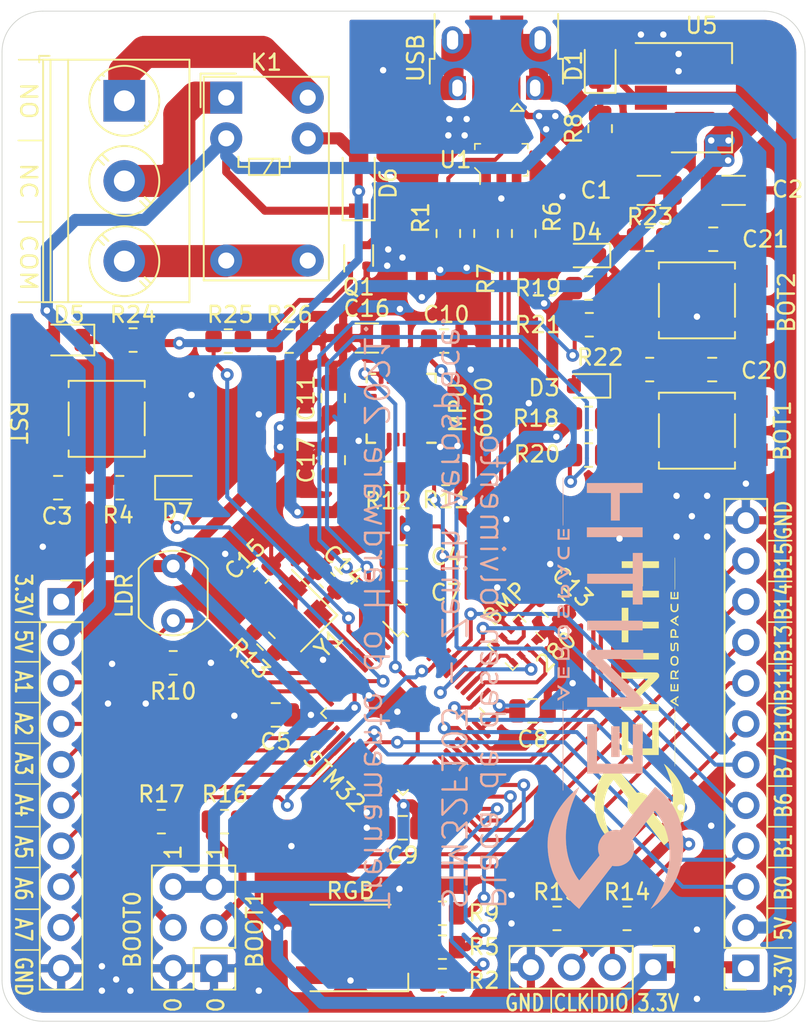
<source format=kicad_pcb>
(kicad_pcb (version 20171130) (host pcbnew "(5.1.10)-1")
  (layers (0 F.Cu signal) (31 B.Cu signal) (34 B.Paste user hide) (35 F.Paste user hide) (36 B.SilkS user hide) (37 F.SilkS user) (38 B.Mask user) (39 F.Mask user) (44 Edge.Cuts user))
  (net 0 "")
  (net 1 GND)
  (net 2 +5V)
  (net 3 +3V3)
  (net 4 NRST)
  (net 5 HSE_IN)
  (net 6 "Net-(C15-Pad1)")
  (net 7 "Net-(C16-Pad1)")
  (net 8 "Net-(C17-Pad1)")
  (net 9 "Net-(C20-Pad1)")
  (net 10 "Net-(C20-Pad2)")
  (net 11 "Net-(C21-Pad1)")
  (net 12 "Net-(C21-Pad2)")
  (net 13 "Net-(D1-Pad1)")
  (net 14 "Net-(D2-Pad1)")
  (net 15 "Net-(D2-Pad2)")
  (net 16 "Net-(D2-Pad3)")
  (net 17 "Net-(D5-Pad1)")
  (net 18 "Net-(D6-Pad2)")
  (net 19 "Net-(J1-Pad6)")
  (net 20 USB_CONN_D-)
  (net 21 USB_CONN_D+)
  (net 22 "Net-(J1-Pad4)")
  (net 23 PA1)
  (net 24 PA2)
  (net 25 PA3)
  (net 26 PA4)
  (net 27 PA5)
  (net 28 PA6)
  (net 29 PA7)
  (net 30 "Net-(J3-Pad1)")
  (net 31 "Net-(J3-Pad2)")
  (net 32 "Net-(J3-Pad3)")
  (net 33 "Net-(J4-Pad2)")
  (net 34 "Net-(J4-Pad3)")
  (net 35 PB0)
  (net 36 PB1)
  (net 37 PB6)
  (net 38 PB7)
  (net 39 PB10)
  (net 40 PB11)
  (net 41 PB13)
  (net 42 PB14)
  (net 43 PB15)
  (net 44 "Net-(Q1-Pad1)")
  (net 45 USB_D+)
  (net 46 PWM_R)
  (net 47 ADC1_IN0)
  (net 48 PWM_G)
  (net 49 USB_D-)
  (net 50 "Net-(R6-Pad1)")
  (net 51 "Net-(R7-Pad2)")
  (net 52 PWM_B)
  (net 53 I2C1_SDA)
  (net 54 I2C1_SCL)
  (net 55 HSE_OUT)
  (net 56 SWDIO)
  (net 57 SWCLK)
  (net 58 BOOT1)
  (net 59 BOOT0)
  (net 60 BUTTON_1)
  (net 61 BUTTON_2)
  (net 62 RELAY)
  (net 63 "Net-(U2-Pad6)")
  (net 64 "Net-(U2-Pad7)")
  (net 65 ACC_IT)
  (net 66 SPI1_MISO)
  (net 67 SPI1_SCK)
  (net 68 SPI1_MOSI)
  (net 69 SPI1_NSS)
  (net 70 "Net-(J5-Pad4)")
  (net 71 "Net-(J5-Pad3)")
  (module Capacitor_SMD:C_1206_3216Metric (layer F.Cu) (at 196.088 78.8035 180)
    (fp_text reference C16 (at 0 1.8415) (layer F.SilkS))
    (fp_text value 0.1uF)
    (pad 2 smd roundrect (at 1.475 0 180) (size 1.15 1.8) (layers F.Cu F.Paste F.Mask) (roundrect_rratio 0.217391) (net 1 GND))
    (pad 1 smd roundrect (at -1.475 0 180) (size 1.15 1.8) (layers F.Cu F.Paste F.Mask) (roundrect_rratio 0.217391) (net 7 "Net-(C16-Pad1)"))
  )
  (module Package_TO_SOT_SMD:SOT-223-3_TabPin2 (layer F.Cu) (at 216.941 63.8175)
    (fp_text reference U5 (at 0 -4.5) (layer F.SilkS))
    (fp_text value LD1117S33TR_SOT223)
    (pad 1 smd rect (at -3.15 -2.3) (size 2 1.5) (layers F.Cu F.Paste F.Mask) (net 1 GND))
    (pad 3 smd rect (at -3.15 2.3) (size 2 1.5) (layers F.Cu F.Paste F.Mask) (net 2 +5V))
    (pad 2 smd rect (at -3.15 0) (size 2 1.5) (layers F.Cu F.Paste F.Mask) (net 3 +3V3))
    (pad 2 smd rect (at 3.15 0) (size 2 3.8) (layers F.Cu F.Paste F.Mask) (net 3 +3V3))
  )
  (module LogosZenith:Logo_19,4mm (layer F.Cu) (at 213.106 100.965 90)
    (fp_text reference G*** hide)
    (fp_text value LOGO hide)
  )
  (module LogosZenith:Logo_29,1mm (layer B.Cu) (at 211.582 100.203 90)
    (fp_text reference G*** hide)
    (fp_text value LOGO hide)
  )
  (module Connector_PinSocket_2.54mm:PinSocket_1x12_P2.54mm_Vertical (layer F.Cu) (at 219.71 118.11 180)
    (fp_text reference J7 hide)
    (fp_text value Conn_01x12_Female)
    (pad 12 thru_hole oval (at 0 27.94 180) (size 1.7 1.7) (drill 1) (layers *.Cu *.Mask) (net 1 GND))
    (pad 11 thru_hole oval (at 0 25.4 180) (size 1.7 1.7) (drill 1) (layers *.Cu *.Mask) (net 43 PB15))
    (pad 10 thru_hole oval (at 0 22.86 180) (size 1.7 1.7) (drill 1) (layers *.Cu *.Mask) (net 42 PB14))
    (pad 9 thru_hole oval (at 0 20.32 180) (size 1.7 1.7) (drill 1) (layers *.Cu *.Mask) (net 41 PB13))
    (pad 8 thru_hole oval (at 0 17.78 180) (size 1.7 1.7) (drill 1) (layers *.Cu *.Mask) (net 40 PB11))
    (pad 7 thru_hole oval (at 0 15.24 180) (size 1.7 1.7) (drill 1) (layers *.Cu *.Mask) (net 39 PB10))
    (pad 6 thru_hole oval (at 0 12.7 180) (size 1.7 1.7) (drill 1) (layers *.Cu *.Mask) (net 38 PB7))
    (pad 5 thru_hole oval (at 0 10.16 180) (size 1.7 1.7) (drill 1) (layers *.Cu *.Mask) (net 37 PB6))
    (pad 4 thru_hole oval (at 0 7.62 180) (size 1.7 1.7) (drill 1) (layers *.Cu *.Mask) (net 36 PB1))
    (pad 3 thru_hole oval (at 0 5.08 180) (size 1.7 1.7) (drill 1) (layers *.Cu *.Mask) (net 35 PB0))
    (pad 2 thru_hole oval (at 0 2.54 180) (size 1.7 1.7) (drill 1) (layers *.Cu *.Mask) (net 2 +5V))
    (pad 1 thru_hole rect (at 0 0 180) (size 1.7 1.7) (drill 1) (layers *.Cu *.Mask) (net 3 +3V3))
  )
  (module Connector_PinSocket_2.54mm:PinSocket_1x10_P2.54mm_Vertical (layer F.Cu) (at 177.038 95.25)
    (fp_text reference J2 hide)
    (fp_text value Conn_01x10_Female)
    (pad 10 thru_hole oval (at 0 22.86) (size 1.7 1.7) (drill 1) (layers *.Cu *.Mask) (net 1 GND))
    (pad 9 thru_hole oval (at 0 20.32) (size 1.7 1.7) (drill 1) (layers *.Cu *.Mask) (net 29 PA7))
    (pad 8 thru_hole oval (at 0 17.78) (size 1.7 1.7) (drill 1) (layers *.Cu *.Mask) (net 28 PA6))
    (pad 7 thru_hole oval (at 0 15.24) (size 1.7 1.7) (drill 1) (layers *.Cu *.Mask) (net 27 PA5))
    (pad 6 thru_hole oval (at 0 12.7) (size 1.7 1.7) (drill 1) (layers *.Cu *.Mask) (net 26 PA4))
    (pad 5 thru_hole oval (at 0 10.16) (size 1.7 1.7) (drill 1) (layers *.Cu *.Mask) (net 25 PA3))
    (pad 4 thru_hole oval (at 0 7.62) (size 1.7 1.7) (drill 1) (layers *.Cu *.Mask) (net 24 PA2))
    (pad 3 thru_hole oval (at 0 5.08) (size 1.7 1.7) (drill 1) (layers *.Cu *.Mask) (net 23 PA1))
    (pad 2 thru_hole oval (at 0 2.54) (size 1.7 1.7) (drill 1) (layers *.Cu *.Mask) (net 2 +5V))
    (pad 1 thru_hole rect (at 0 0) (size 1.7 1.7) (drill 1) (layers *.Cu *.Mask) (net 3 +3V3))
  )
  (module Connector_PinHeader_2.54mm:PinHeader_2x03_P2.54mm_Vertical (layer F.Cu) (at 186.563 118.11 180)
    (fp_text reference J5 hide)
    (fp_text value Conn_02x03_Odd_Even)
    (pad 6 thru_hole oval (at 2.54 5.08 180) (size 1.7 1.7) (drill 1) (layers *.Cu *.Mask) (net 3 +3V3))
    (pad 5 thru_hole oval (at 0 5.08 180) (size 1.7 1.7) (drill 1) (layers *.Cu *.Mask) (net 3 +3V3))
    (pad 4 thru_hole oval (at 2.54 2.54 180) (size 1.7 1.7) (drill 1) (layers *.Cu *.Mask) (net 70 "Net-(J5-Pad4)"))
    (pad 3 thru_hole oval (at 0 2.54 180) (size 1.7 1.7) (drill 1) (layers *.Cu *.Mask) (net 71 "Net-(J5-Pad3)"))
    (pad 2 thru_hole oval (at 2.54 0 180) (size 1.7 1.7) (drill 1) (layers *.Cu *.Mask) (net 1 GND))
    (pad 1 thru_hole rect (at 0 0 180) (size 1.7 1.7) (drill 1) (layers *.Cu *.Mask) (net 1 GND))
  )
  (module digikey-footprints:SOT23-6L (layer F.Cu) (at 204.47 67.691)
    (fp_text reference U1 (at -2.8575 0) (layer F.SilkS))
    (fp_text value USBLC6-2P6)
    (pad 6 smd rect (at -0.95 -1.15) (size 0.6 1.2) (layers F.Cu F.Paste F.Mask) (net 21 USB_CONN_D+))
    (pad 5 smd rect (at 0 -1.15) (size 0.6 1.2) (layers F.Cu F.Paste F.Mask) (net 3 +3V3))
    (pad 4 smd rect (at 0.95 -1.15) (size 0.6 1.2) (layers F.Cu F.Paste F.Mask) (net 20 USB_CONN_D-))
    (pad 3 smd rect (at 0.95 1.15) (size 0.6 1.2) (layers F.Cu F.Paste F.Mask) (net 50 "Net-(R6-Pad1)"))
    (pad 2 smd rect (at 0 1.15) (size 0.6 1.2) (layers F.Cu F.Paste F.Mask) (net 1 GND))
    (pad 1 smd rect (at -0.95 1.15) (size 0.6 1.2) (layers F.Cu F.Paste F.Mask) (net 51 "Net-(R7-Pad2)"))
  )
  (module TerminalBlock_Phoenix:TerminalBlock_Phoenix_PT-1,5-3-5.0-H_1x03_P5.00mm_Horizontal (layer F.Cu) (at 180.975 64.008 270)
    (fp_text reference J3 hide)
    (fp_text value Screw_Terminal_01x03)
    (pad 1 thru_hole rect (at 0 0 270) (size 2.6 2.6) (drill 1.3) (layers *.Cu *.Mask) (net 30 "Net-(J3-Pad1)"))
    (pad 2 thru_hole circle (at 5 0 270) (size 2.6 2.6) (drill 1.3) (layers *.Cu *.Mask) (net 31 "Net-(J3-Pad2)"))
    (pad 3 thru_hole circle (at 10 0 270) (size 2.6 2.6) (drill 1.3) (layers *.Cu *.Mask) (net 32 "Net-(J3-Pad3)"))
  )
  (module Package_QFP:LQFP-48_7x7mm_P0.5mm (layer F.Cu) (at 198.337523 102.198586 315)
    (fp_text reference U4 hide)
    (fp_text value STM32F103C8T6)
    (pad 1 smd roundrect (at -4.1625 -2.75 315) (size 1.475 0.3) (layers F.Cu F.Paste F.Mask) (net 3 +3V3))
    (pad 2 smd roundrect (at -4.1625 -2.25 315) (size 1.475 0.3) (layers F.Cu F.Paste F.Mask) (net 60 BUTTON_1))
    (pad 3 smd roundrect (at -4.1625 -1.75 315) (size 1.475 0.3) (layers F.Cu F.Paste F.Mask) (net 61 BUTTON_2))
    (pad 4 smd roundrect (at -4.1625 -1.25 315) (size 1.475 0.3) (layers F.Cu F.Paste F.Mask) (net 62 RELAY))
    (pad 5 smd roundrect (at -4.1625 -0.75 315) (size 1.475 0.3) (layers F.Cu F.Paste F.Mask) (net 5 HSE_IN))
    (pad 6 smd roundrect (at -4.1625 -0.25 315) (size 1.475 0.3) (layers F.Cu F.Paste F.Mask) (net 55 HSE_OUT))
    (pad 7 smd roundrect (at -4.1625 0.25 315) (size 1.475 0.3) (layers F.Cu F.Paste F.Mask) (net 4 NRST))
    (pad 8 smd roundrect (at -4.1625 0.75 315) (size 1.475 0.3) (layers F.Cu F.Paste F.Mask) (net 1 GND))
    (pad 9 smd roundrect (at -4.1625 1.25 315) (size 1.475 0.3) (layers F.Cu F.Paste F.Mask) (net 3 +3V3))
    (pad 10 smd roundrect (at -4.1625 1.75 315) (size 1.475 0.3) (layers F.Cu F.Paste F.Mask) (net 47 ADC1_IN0))
    (pad 11 smd roundrect (at -4.1625 2.25 315) (size 1.475 0.3) (layers F.Cu F.Paste F.Mask) (net 23 PA1))
    (pad 12 smd roundrect (at -4.1625 2.75 315) (size 1.475 0.3) (layers F.Cu F.Paste F.Mask) (net 24 PA2))
    (pad 13 smd roundrect (at -2.75 4.1625 315) (size 0.3 1.475) (layers F.Cu F.Paste F.Mask) (net 25 PA3))
    (pad 14 smd roundrect (at -2.25 4.1625 315) (size 0.3 1.475) (layers F.Cu F.Paste F.Mask) (net 26 PA4))
    (pad 15 smd roundrect (at -1.75 4.1625 315) (size 0.3 1.475) (layers F.Cu F.Paste F.Mask) (net 27 PA5))
    (pad 16 smd roundrect (at -1.25 4.1625 315) (size 0.3 1.475) (layers F.Cu F.Paste F.Mask) (net 28 PA6))
    (pad 17 smd roundrect (at -0.75 4.1625 315) (size 0.3 1.475) (layers F.Cu F.Paste F.Mask) (net 29 PA7))
    (pad 18 smd roundrect (at -0.25 4.1625 315) (size 0.3 1.475) (layers F.Cu F.Paste F.Mask) (net 35 PB0))
    (pad 19 smd roundrect (at 0.25 4.1625 315) (size 0.3 1.475) (layers F.Cu F.Paste F.Mask) (net 36 PB1))
    (pad 20 smd roundrect (at 0.75 4.1625 315) (size 0.3 1.475) (layers F.Cu F.Paste F.Mask) (net 58 BOOT1))
    (pad 21 smd roundrect (at 1.25 4.1625 315) (size 0.3 1.475) (layers F.Cu F.Paste F.Mask) (net 39 PB10))
    (pad 22 smd roundrect (at 1.75 4.1625 315) (size 0.3 1.475) (layers F.Cu F.Paste F.Mask) (net 40 PB11))
    (pad 23 smd roundrect (at 2.25 4.1625 315) (size 0.3 1.475) (layers F.Cu F.Paste F.Mask) (net 1 GND))
    (pad 24 smd roundrect (at 2.75 4.1625 315) (size 0.3 1.475) (layers F.Cu F.Paste F.Mask) (net 3 +3V3))
    (pad 25 smd roundrect (at 4.1625 2.75 315) (size 1.475 0.3) (layers F.Cu F.Paste F.Mask) (net 65 ACC_IT))
    (pad 26 smd roundrect (at 4.1625 2.25 315) (size 1.475 0.3) (layers F.Cu F.Paste F.Mask) (net 41 PB13))
    (pad 27 smd roundrect (at 4.1625 1.75 315) (size 1.475 0.3) (layers F.Cu F.Paste F.Mask) (net 42 PB14))
    (pad 28 smd roundrect (at 4.1625 1.25 315) (size 1.475 0.3) (layers F.Cu F.Paste F.Mask) (net 43 PB15))
    (pad 29 smd roundrect (at 4.1625 0.75 315) (size 1.475 0.3) (layers F.Cu F.Paste F.Mask) (net 46 PWM_R))
    (pad 30 smd roundrect (at 4.1625 0.25 315) (size 1.475 0.3) (layers F.Cu F.Paste F.Mask) (net 48 PWM_G))
    (pad 31 smd roundrect (at 4.1625 -0.25 315) (size 1.475 0.3) (layers F.Cu F.Paste F.Mask) (net 52 PWM_B))
    (pad 32 smd roundrect (at 4.1625 -0.75 315) (size 1.475 0.3) (layers F.Cu F.Paste F.Mask) (net 49 USB_D-))
    (pad 33 smd roundrect (at 4.1625 -1.25 315) (size 1.475 0.3) (layers F.Cu F.Paste F.Mask) (net 45 USB_D+))
    (pad 34 smd roundrect (at 4.1625 -1.75 315) (size 1.475 0.3) (layers F.Cu F.Paste F.Mask) (net 56 SWDIO))
    (pad 35 smd roundrect (at 4.1625 -2.25 315) (size 1.475 0.3) (layers F.Cu F.Paste F.Mask) (net 1 GND))
    (pad 36 smd roundrect (at 4.1625 -2.75 315) (size 1.475 0.3) (layers F.Cu F.Paste F.Mask) (net 3 +3V3))
    (pad 37 smd roundrect (at 2.75 -4.1625 315) (size 0.3 1.475) (layers F.Cu F.Paste F.Mask) (net 57 SWCLK))
    (pad 38 smd roundrect (at 2.25 -4.1625 315) (size 0.3 1.475) (layers F.Cu F.Paste F.Mask) (net 69 SPI1_NSS))
    (pad 39 smd roundrect (at 1.75 -4.1625 315) (size 0.3 1.475) (layers F.Cu F.Paste F.Mask) (net 67 SPI1_SCK))
    (pad 40 smd roundrect (at 1.25 -4.1625 315) (size 0.3 1.475) (layers F.Cu F.Paste F.Mask) (net 66 SPI1_MISO))
    (pad 41 smd roundrect (at 0.75 -4.1625 315) (size 0.3 1.475) (layers F.Cu F.Paste F.Mask) (net 68 SPI1_MOSI))
    (pad 42 smd roundrect (at 0.25 -4.1625 315) (size 0.3 1.475) (layers F.Cu F.Paste F.Mask) (net 37 PB6))
    (pad 43 smd roundrect (at -0.25 -4.1625 315) (size 0.3 1.475) (layers F.Cu F.Paste F.Mask) (net 38 PB7))
    (pad 44 smd roundrect (at -0.75 -4.1625 315) (size 0.3 1.475) (layers F.Cu F.Paste F.Mask) (net 59 BOOT0))
    (pad 45 smd roundrect (at -1.25 -4.1625 315) (size 0.3 1.475) (layers F.Cu F.Paste F.Mask) (net 54 I2C1_SCL))
    (pad 46 smd roundrect (at -1.75 -4.1625 315) (size 0.3 1.475) (layers F.Cu F.Paste F.Mask) (net 53 I2C1_SDA))
    (pad 47 smd roundrect (at -2.25 -4.1625 315) (size 0.3 1.475) (layers F.Cu F.Paste F.Mask) (net 1 GND))
    (pad 48 smd roundrect (at -2.75 -4.1625 315) (size 0.3 1.475) (layers F.Cu F.Paste F.Mask) (net 3 +3V3))
  )
  (module Package_LGA:Bosch_LGA-8_2x2.5mm_P0.65mm_ClockwisePinNumbering (layer F.Cu) (at 205.359 97.79 225)
    (fp_text reference U3 hide)
    (fp_text value BMP280)
    (pad 1 smd rect (at -0.975 -0.8 315) (size 0.5 0.35) (layers F.Cu F.Paste F.Mask) (net 1 GND))
    (pad 5 smd rect (at 0.975 0.8 315) (size 0.5 0.35) (layers F.Cu F.Paste F.Mask) (net 66 SPI1_MISO))
    (pad 6 smd rect (at 0.325 0.8 315) (size 0.5 0.35) (layers F.Cu F.Paste F.Mask) (net 3 +3V3))
    (pad 7 smd rect (at -0.325 0.8 315) (size 0.5 0.35) (layers F.Cu F.Paste F.Mask) (net 1 GND))
    (pad 4 smd rect (at 0.975 -0.8 315) (size 0.5 0.35) (layers F.Cu F.Paste F.Mask) (net 67 SPI1_SCK))
    (pad 3 smd rect (at 0.325 -0.8 315) (size 0.5 0.35) (layers F.Cu F.Paste F.Mask) (net 68 SPI1_MOSI))
    (pad 2 smd rect (at -0.325 -0.8 315) (size 0.5 0.35) (layers F.Cu F.Paste F.Mask) (net 69 SPI1_NSS))
    (pad 8 smd rect (at -0.975 0.8 315) (size 0.5 0.35) (layers F.Cu F.Paste F.Mask) (net 3 +3V3))
  )
  (module Resistor_SMD:R_0603_1608Metric_Pad0.98x0.95mm_HandSolder (layer F.Cu) (at 189.800129 97.712141 315)
    (fp_text reference R13 (at 0.056024 1.490926 315) (layer F.SilkS))
    (fp_text value 0)
    (pad 2 smd roundrect (at 0.9125 0 315) (size 0.975 0.95) (layers F.Cu F.Paste F.Mask) (net 55 HSE_OUT))
    (pad 1 smd roundrect (at -0.9125 0 315) (size 0.975 0.95) (layers F.Cu F.Paste F.Mask) (net 6 "Net-(C15-Pad1)"))
  )
  (module Capacitor_SMD:C_0603_1608Metric_Pad1.08x0.95mm_HandSolder (layer F.Cu) (at 189.51755 93.619671 45)
    (fp_text reference C15 (at 0 -1.43 45) (layer F.SilkS))
    (fp_text value 30p)
    (pad 2 smd roundrect (at 0.8625 0 45) (size 1.075 0.95) (layers F.Cu F.Paste F.Mask) (net 1 GND))
    (pad 1 smd roundrect (at -0.8625 0 45) (size 1.075 0.95) (layers F.Cu F.Paste F.Mask) (net 6 "Net-(C15-Pad1)"))
  )
  (module Capacitor_SMD:C_0603_1608Metric_Pad1.08x0.95mm_HandSolder (layer F.Cu) (at 193.610021 93.90225 135)
    (fp_text reference C14 (at -0.056023 1.382909 135) (layer F.SilkS))
    (fp_text value 30p)
    (pad 2 smd roundrect (at 0.8625 0 135) (size 1.075 0.95) (layers F.Cu F.Paste F.Mask) (net 1 GND))
    (pad 1 smd roundrect (at -0.8625 0 135) (size 1.075 0.95) (layers F.Cu F.Paste F.Mask) (net 5 HSE_IN))
  )
  (module Crystal:Crystal_SMD_SeikoEpson_FA238-4Pin_3.2x2.5mm (layer F.Cu) (at 191.705075 95.807196 135)
    (fp_text reference Y1 (at -2.884804 -0.009107 225) (layer F.SilkS))
    (fp_text value Crystal_GND24)
    (pad 4 smd rect (at -1.1 -0.8 135) (size 1.4 1.2) (layers F.Cu F.Paste F.Mask) (net 1 GND))
    (pad 3 smd rect (at 1.1 -0.8 135) (size 1.4 1.2) (layers F.Cu F.Paste F.Mask) (net 6 "Net-(C15-Pad1)"))
    (pad 2 smd rect (at 1.1 0.8 135) (size 1.4 1.2) (layers F.Cu F.Paste F.Mask) (net 1 GND))
    (pad 1 smd rect (at -1.1 0.8 135) (size 1.4 1.2) (layers F.Cu F.Paste F.Mask) (net 5 HSE_IN))
  )
  (module Capacitor_SMD:C_1206_3216Metric (layer F.Cu) (at 213.663 69.596)
    (fp_text reference C1 (at -3.2875 0) (layer F.SilkS))
    (fp_text value 100nF)
    (pad 2 smd roundrect (at 1.475 0) (size 1.15 1.8) (layers F.Cu F.Paste F.Mask) (roundrect_rratio 0.217391) (net 1 GND))
    (pad 1 smd roundrect (at -1.475 0) (size 1.15 1.8) (layers F.Cu F.Paste F.Mask) (roundrect_rratio 0.217391) (net 2 +5V))
  )
  (module Capacitor_SMD:C_1206_3216Metric (layer F.Cu) (at 218.948 69.596)
    (fp_text reference C2 (at 3.3655 -0.0635) (layer F.SilkS))
    (fp_text value 10uF)
    (pad 1 smd roundrect (at -1.475 0) (size 1.15 1.8) (layers F.Cu F.Paste F.Mask) (roundrect_rratio 0.217391) (net 3 +3V3))
    (pad 2 smd roundrect (at 1.475 0) (size 1.15 1.8) (layers F.Cu F.Paste F.Mask) (roundrect_rratio 0.217391) (net 1 GND))
  )
  (module Capacitor_SMD:C_0805_2012Metric (layer F.Cu) (at 176.85 88.138)
    (fp_text reference C3 (at -0.066 1.778) (layer F.SilkS))
    (fp_text value 0.1uF)
    (pad 2 smd roundrect (at 0.95 0) (size 1 1.45) (layers F.Cu F.Paste F.Mask) (net 4 NRST))
    (pad 1 smd roundrect (at -0.95 0) (size 1 1.45) (layers F.Cu F.Paste F.Mask) (net 1 GND))
  )
  (module Capacitor_SMD:C_0805_2012Metric (layer F.Cu) (at 198.337523 92.456)
    (fp_text reference C4 (at 2.703477 0) (layer F.SilkS))
    (fp_text value 4u7)
    (pad 1 smd roundrect (at -0.95 0) (size 1 1.45) (layers F.Cu F.Paste F.Mask) (net 3 +3V3))
    (pad 2 smd roundrect (at 0.95 0) (size 1 1.45) (layers F.Cu F.Paste F.Mask) (net 1 GND))
  )
  (module Capacitor_SMD:C_0805_2012Metric (layer F.Cu) (at 190.412645 102.307438 180)
    (fp_text reference C5 (at 0 -1.68) (layer F.SilkS))
    (fp_text value 100n)
    (pad 1 smd roundrect (at -0.95 0 180) (size 1 1.45) (layers F.Cu F.Paste F.Mask) (net 3 +3V3))
    (pad 2 smd roundrect (at 0.95 0 180) (size 1 1.45) (layers F.Cu F.Paste F.Mask) (net 1 GND))
  )
  (module Capacitor_SMD:C_0805_2012Metric (layer F.Cu) (at 198.337523 94.687437)
    (fp_text reference C7 (at 2.703477 -0.008937) (layer F.SilkS))
    (fp_text value 100n)
    (pad 1 smd roundrect (at -0.95 0) (size 1 1.45) (layers F.Cu F.Paste F.Mask) (net 3 +3V3))
    (pad 2 smd roundrect (at 0.95 0) (size 1 1.45) (layers F.Cu F.Paste F.Mask) (net 1 GND))
  )
  (module Capacitor_SMD:C_0805_2012Metric (layer F.Cu) (at 206.414645 102.053438)
    (fp_text reference C8 (at 0.023855 1.769062) (layer F.SilkS))
    (fp_text value 100n)
    (pad 2 smd roundrect (at 0.95 0) (size 1 1.45) (layers F.Cu F.Paste F.Mask) (net 1 GND))
    (pad 1 smd roundrect (at -0.95 0) (size 1 1.45) (layers F.Cu F.Paste F.Mask) (net 3 +3V3))
  )
  (module Capacitor_SMD:C_0805_2012Metric (layer F.Cu) (at 198.337523 109.347 180)
    (fp_text reference C9 (at 0 -1.7145) (layer F.SilkS))
    (fp_text value 100n)
    (pad 1 smd roundrect (at -0.95 0 180) (size 1 1.45) (layers F.Cu F.Paste F.Mask) (net 3 +3V3))
    (pad 2 smd roundrect (at 0.95 0 180) (size 1 1.45) (layers F.Cu F.Paste F.Mask) (net 1 GND))
  )
  (module Capacitor_SMD:C_0805_2012Metric (layer F.Cu) (at 200.914 78.994 180)
    (fp_text reference C10 (at -0.1295 1.651) (layer F.SilkS))
    (fp_text value 10nF)
    (pad 1 smd roundrect (at -0.95 0 180) (size 1 1.45) (layers F.Cu F.Paste F.Mask) (net 1 GND))
    (pad 2 smd roundrect (at 0.95 0 180) (size 1 1.45) (layers F.Cu F.Paste F.Mask) (net 3 +3V3))
  )
  (module Capacitor_SMD:C_0805_2012Metric (layer F.Cu) (at 193.9925 82.55 90)
    (fp_text reference C11 (at 0 -1.68 90) (layer F.SilkS))
    (fp_text value 0.1uF)
    (pad 2 smd roundrect (at 0.95 0 90) (size 1 1.45) (layers F.Cu F.Paste F.Mask) (net 1 GND))
    (pad 1 smd roundrect (at -0.95 0 90) (size 1 1.45) (layers F.Cu F.Paste F.Mask) (net 3 +3V3))
  )
  (module Capacitor_SMD:C_0805_2012Metric (layer F.Cu) (at 207.7085 95.504 315)
    (fp_text reference C13 (at 0 -1.68 135) (layer F.SilkS))
    (fp_text value 0.1uF)
    (pad 2 smd roundrect (at 0.95 0 315) (size 1 1.45) (layers F.Cu F.Paste F.Mask) (net 1 GND))
    (pad 1 smd roundrect (at -0.95 0 315) (size 1 1.45) (layers F.Cu F.Paste F.Mask) (net 3 +3V3))
  )
  (module Capacitor_SMD:C_0805_2012Metric (layer F.Cu) (at 193.9925 86.421 90)
    (fp_text reference C17 (at 0 -1.68 90) (layer F.SilkS))
    (fp_text value 2.2nF)
    (pad 2 smd roundrect (at 0.95 0 90) (size 1 1.45) (layers F.Cu F.Paste F.Mask) (net 1 GND))
    (pad 1 smd roundrect (at -0.95 0 90) (size 1 1.45) (layers F.Cu F.Paste F.Mask) (net 8 "Net-(C17-Pad1)"))
  )
  (module Capacitor_SMD:C_0805_2012Metric (layer F.Cu) (at 217.612 80.772)
    (fp_text reference C20 (at 3.241 0.0635) (layer F.SilkS))
    (fp_text value 0.1uF)
    (pad 1 smd roundrect (at -0.95 0) (size 1 1.45) (layers F.Cu F.Paste F.Mask) (net 9 "Net-(C20-Pad1)"))
    (pad 2 smd roundrect (at 0.95 0) (size 1 1.45) (layers F.Cu F.Paste F.Mask) (net 10 "Net-(C20-Pad2)"))
  )
  (module Capacitor_SMD:C_0805_2012Metric (layer F.Cu) (at 217.678 72.644)
    (fp_text reference C21 (at 3.2385 0) (layer F.SilkS))
    (fp_text value 0.1uF)
    (pad 1 smd roundrect (at -0.95 0) (size 1 1.45) (layers F.Cu F.Paste F.Mask) (net 11 "Net-(C21-Pad1)"))
    (pad 2 smd roundrect (at 0.95 0) (size 1 1.45) (layers F.Cu F.Paste F.Mask) (net 12 "Net-(C21-Pad2)"))
  )
  (module LED_SMD:LED_0805_2012Metric (layer F.Cu) (at 210.6295 61.834 90)
    (fp_text reference D1 (at 0 -1.65 90) (layer F.SilkS))
    (fp_text value LED_Small)
    (pad 1 smd roundrect (at -0.9375 0 90) (size 0.975 1.4) (layers F.Cu F.Paste F.Mask) (net 13 "Net-(D1-Pad1)"))
    (pad 2 smd roundrect (at 0.9375 0 90) (size 0.975 1.4) (layers F.Cu F.Paste F.Mask) (net 3 +3V3))
  )
  (module LED_SMD:LED_RGB_5050-6 (layer F.Cu) (at 195.072 116.84 180)
    (fp_text reference D2 hide)
    (fp_text value LED_RGB)
    (pad 1 smd rect (at -2.4 -1.7 270) (size 1.1 2) (layers F.Cu F.Paste F.Mask) (net 14 "Net-(D2-Pad1)"))
    (pad 2 smd rect (at -2.4 0 270) (size 1.1 2) (layers F.Cu F.Paste F.Mask) (net 15 "Net-(D2-Pad2)"))
    (pad 3 smd rect (at -2.4 1.7 270) (size 1.1 2) (layers F.Cu F.Paste F.Mask) (net 16 "Net-(D2-Pad3)"))
    (pad 4 smd rect (at 2.4 1.7 270) (size 1.1 2) (layers F.Cu F.Paste F.Mask) (net 3 +3V3))
    (pad 5 smd rect (at 2.4 0 270) (size 1.1 2) (layers F.Cu F.Paste F.Mask) (net 3 +3V3))
    (pad 6 smd rect (at 2.4 -1.7 270) (size 1.1 2) (layers F.Cu F.Paste F.Mask) (net 3 +3V3))
  )
  (module Diode_SMD:D_0603_1608Metric (layer F.Cu) (at 209.7785 81.788 180)
    (fp_text reference D3 (at 2.6415 -0.127) (layer F.SilkS))
    (fp_text value TVS)
    (pad 1 smd roundrect (at -0.7875 0 180) (size 0.875 0.95) (layers F.Cu F.Paste F.Mask) (net 10 "Net-(C20-Pad2)"))
    (pad 2 smd roundrect (at 0.7875 0 180) (size 0.875 0.95) (layers F.Cu F.Paste F.Mask) (net 1 GND))
  )
  (module Diode_SMD:D_0603_1608Metric (layer F.Cu) (at 209.7785 73.66 180)
    (fp_text reference D4 (at 0 1.4605) (layer F.SilkS))
    (fp_text value TVS)
    (pad 2 smd roundrect (at 0.7875 0 180) (size 0.875 0.95) (layers F.Cu F.Paste F.Mask) (net 1 GND))
    (pad 1 smd roundrect (at -0.7875 0 180) (size 0.875 0.95) (layers F.Cu F.Paste F.Mask) (net 12 "Net-(C21-Pad2)"))
  )
  (module LED_SMD:LED_0805_2012Metric (layer F.Cu) (at 177.419 78.9305 180)
    (fp_text reference D5 (at -0.112 1.5875) (layer F.SilkS))
    (fp_text value LED_Small)
    (pad 2 smd roundrect (at 0.9375 0 180) (size 0.975 1.4) (layers F.Cu F.Paste F.Mask) (net 2 +5V))
    (pad 1 smd roundrect (at -0.9375 0 180) (size 0.975 1.4) (layers F.Cu F.Paste F.Mask) (net 17 "Net-(D5-Pad1)"))
  )
  (module Connector_USB:USB_Micro-B_Amphenol_10103594-0001LF_Horizontal (layer F.Cu) (at 204.135 61.329 180)
    (fp_text reference J1 hide)
    (fp_text value USB_B_Micro)
    (pad 6 smd rect (at 2.725 0.185 180) (size 1.35 2) (layers F.Cu F.Paste F.Mask) (net 19 "Net-(J1-Pad6)"))
    (pad 6 smd rect (at -2.755 0.185 180) (size 1.35 2) (layers F.Cu F.Paste F.Mask) (net 19 "Net-(J1-Pad6)"))
    (pad 6 smd rect (at -2.975 -0.565 180) (size 1.825 0.7) (layers F.Cu F.Paste F.Mask) (net 19 "Net-(J1-Pad6)"))
    (pad 6 smd rect (at 2.975 -0.565 180) (size 1.825 0.7) (layers F.Cu F.Paste F.Mask) (net 19 "Net-(J1-Pad6)"))
    (pad 6 smd rect (at -2.875 -1.865 180) (size 2 1.5) (layers F.Cu F.Paste F.Mask) (net 19 "Net-(J1-Pad6)"))
    (pad 6 smd rect (at 2.875 -1.885 180) (size 2 1.5) (layers F.Cu F.Paste F.Mask) (net 19 "Net-(J1-Pad6)"))
    (pad 1 smd rect (at -1.325 -1.765 270) (size 1.65 0.4) (layers F.Cu F.Paste F.Mask) (net 2 +5V))
    (pad 2 smd rect (at -0.675 -1.765 270) (size 1.65 0.4) (layers F.Cu F.Paste F.Mask) (net 20 USB_CONN_D-))
    (pad 3 smd rect (at -0.025 -1.765 270) (size 1.65 0.4) (layers F.Cu F.Paste F.Mask) (net 21 USB_CONN_D+))
    (pad 4 smd rect (at 0.625 -1.765 270) (size 1.65 0.4) (layers F.Cu F.Paste F.Mask) (net 22 "Net-(J1-Pad4)"))
    (pad 5 smd rect (at 1.275 -1.765 270) (size 1.65 0.4) (layers F.Cu F.Paste F.Mask) (net 1 GND))
    (pad 6 thru_hole oval (at -2.445 -1.885 270) (size 1.5 1.1) (drill oval 1.05 0.65) (layers *.Cu *.Mask) (net 19 "Net-(J1-Pad6)"))
    (pad 6 thru_hole oval (at 2.395 -1.885 270) (size 1.5 1.1) (drill oval 1.05 0.65) (layers *.Cu *.Mask) (net 19 "Net-(J1-Pad6)"))
    (pad 6 thru_hole oval (at -2.755 1.115 270) (size 1.7 1.35) (drill oval 1.2 0.7) (layers *.Cu *.Mask) (net 19 "Net-(J1-Pad6)"))
    (pad 6 thru_hole oval (at 2.705 1.115 270) (size 1.7 1.35) (drill oval 1.2 0.7) (layers *.Cu *.Mask) (net 19 "Net-(J1-Pad6)"))
    (pad 6 smd rect (at -0.985 1.385 270) (size 2.5 1.43) (layers F.Cu F.Paste F.Mask) (net 19 "Net-(J1-Pad6)"))
    (pad 6 smd rect (at 0.935 1.385 270) (size 2.5 1.43) (layers F.Cu F.Paste F.Mask) (net 19 "Net-(J1-Pad6)"))
  )
  (module Connector_PinHeader_2.54mm:PinHeader_1x04_P2.54mm_Vertical (layer F.Cu) (at 213.9315 118.0465 270)
    (fp_text reference J4 hide)
    (fp_text value Conn_01x04_Male)
    (pad 1 thru_hole rect (at 0 0 270) (size 1.7 1.7) (drill 1) (layers *.Cu *.Mask) (net 3 +3V3))
    (pad 2 thru_hole oval (at 0 2.54 270) (size 1.7 1.7) (drill 1) (layers *.Cu *.Mask) (net 33 "Net-(J4-Pad2)"))
    (pad 3 thru_hole oval (at 0 5.08 270) (size 1.7 1.7) (drill 1) (layers *.Cu *.Mask) (net 34 "Net-(J4-Pad3)"))
    (pad 4 thru_hole oval (at 0 7.62 270) (size 1.7 1.7) (drill 1) (layers *.Cu *.Mask) (net 1 GND))
  )
  (module Relay_THT:Relay_SPDT_Omron_G5V-1 (layer F.Cu) (at 187.325 63.813)
    (fp_text reference K1 (at 2.5 -2.2) (layer F.SilkS))
    (fp_text value G5V-1)
    (pad 10 thru_hole circle (at 5.08 0) (size 2 2) (drill 1) (layers *.Cu *.Mask) (net 30 "Net-(J3-Pad1)"))
    (pad 9 thru_hole circle (at 5.08 2.54) (size 2 2) (drill 1) (layers *.Cu *.Mask) (net 18 "Net-(D6-Pad2)"))
    (pad 1 thru_hole rect (at 0 0) (size 2 2) (drill 1) (layers *.Cu *.Mask) (net 31 "Net-(J3-Pad2)"))
    (pad 2 thru_hole circle (at 0 2.54) (size 2 2) (drill 1) (layers *.Cu *.Mask) (net 2 +5V))
    (pad 6 thru_hole circle (at 5.08 10.16) (size 2 2) (drill 1) (layers *.Cu *.Mask) (net 32 "Net-(J3-Pad3)"))
    (pad 5 thru_hole circle (at 0 10.16) (size 2 2) (drill 1) (layers *.Cu *.Mask) (net 32 "Net-(J3-Pad3)"))
  )
  (module Package_TO_SOT_SMD:SOT-523 (layer F.Cu) (at 195.58 73.66 90)
    (fp_text reference Q1 (at -1.9685 0 180) (layer F.SilkS))
    (fp_text value DMG1012T)
    (pad 1 smd rect (at -0.645 -0.5 270) (size 0.51 0.4) (layers F.Cu F.Paste F.Mask) (net 44 "Net-(Q1-Pad1)"))
    (pad 3 smd rect (at 0.645 0 270) (size 0.51 0.4) (layers F.Cu F.Paste F.Mask) (net 18 "Net-(D6-Pad2)"))
    (pad 2 smd rect (at -0.645 0.5 270) (size 0.51 0.4) (layers F.Cu F.Paste F.Mask) (net 1 GND))
  )
  (module Resistor_SMD:R_0805_2012Metric (layer F.Cu) (at 201.168 72.2865 90)
    (fp_text reference R1 (at 0.976 -1.7145 90) (layer F.SilkS))
    (fp_text value 1.5K)
    (pad 2 smd roundrect (at 0.9125 0 90) (size 1.025 1.4) (layers F.Cu F.Paste F.Mask) (roundrect_rratio 0.243902) (net 3 +3V3))
    (pad 1 smd roundrect (at -0.9125 0 90) (size 1.025 1.4) (layers F.Cu F.Paste F.Mask) (roundrect_rratio 0.243902) (net 45 USB_D+))
  )
  (module Resistor_SMD:R_0805_2012Metric (layer F.Cu) (at 200.801789 118.872)
    (fp_text reference R2 (at 2.588711 0) (layer F.SilkS))
    (fp_text value 330)
    (pad 2 smd roundrect (at 0.9125 0) (size 1.025 1.4) (layers F.Cu F.Paste F.Mask) (roundrect_rratio 0.243902) (net 46 PWM_R))
    (pad 1 smd roundrect (at -0.9125 0) (size 1.025 1.4) (layers F.Cu F.Paste F.Mask) (roundrect_rratio 0.243902) (net 14 "Net-(D2-Pad1)"))
  )
  (module OptoDevice:R_LDR_5.1x4.3mm_P3.4mm_Vertical (layer F.Cu) (at 184.023 93.0275 270)
    (fp_text reference R3 hide)
    (fp_text value LDR07)
    (pad 1 thru_hole circle (at 0 0 270) (size 1.5 1.5) (drill 0.8) (layers *.Cu *.Mask) (net 3 +3V3))
    (pad 2 thru_hole circle (at 3.4 0 270) (size 1.5 1.5) (drill 0.8) (layers *.Cu *.Mask) (net 47 ADC1_IN0))
  )
  (module Resistor_SMD:R_0805_2012Metric (layer F.Cu) (at 180.6975 88.138 180)
    (fp_text reference R4 (at 0.1035 -1.7145) (layer F.SilkS))
    (fp_text value 10K)
    (pad 1 smd roundrect (at -0.9125 0 180) (size 1.025 1.4) (layers F.Cu F.Paste F.Mask) (roundrect_rratio 0.243902) (net 3 +3V3))
    (pad 2 smd roundrect (at 0.9125 0 180) (size 1.025 1.4) (layers F.Cu F.Paste F.Mask) (roundrect_rratio 0.243902) (net 4 NRST))
  )
  (module Resistor_SMD:R_0805_2012Metric (layer F.Cu) (at 200.801789 116.793521)
    (fp_text reference R5 (at 2.588711 -0.017021) (layer F.SilkS))
    (fp_text value 330)
    (pad 1 smd roundrect (at -0.9125 0) (size 1.025 1.4) (layers F.Cu F.Paste F.Mask) (roundrect_rratio 0.243902) (net 15 "Net-(D2-Pad2)"))
    (pad 2 smd roundrect (at 0.9125 0) (size 1.025 1.4) (layers F.Cu F.Paste F.Mask) (roundrect_rratio 0.243902) (net 48 PWM_G))
  )
  (module Resistor_SMD:R_0805_2012Metric (layer F.Cu) (at 205.867 72.2865 270)
    (fp_text reference R6 (at -1.0395 -1.778 90) (layer F.SilkS))
    (fp_text value 22)
    (pad 2 smd roundrect (at 0.9125 0 270) (size 1.025 1.4) (layers F.Cu F.Paste F.Mask) (roundrect_rratio 0.243902) (net 49 USB_D-))
    (pad 1 smd roundrect (at -0.9125 0 270) (size 1.025 1.4) (layers F.Cu F.Paste F.Mask) (roundrect_rratio 0.243902) (net 50 "Net-(R6-Pad1)"))
  )
  (module Resistor_SMD:R_0805_2012Metric (layer F.Cu) (at 203.5175 72.2865 90)
    (fp_text reference R7 (at -2.834 0 90) (layer F.SilkS))
    (fp_text value 22)
    (pad 1 smd roundrect (at -0.9125 0 90) (size 1.025 1.4) (layers F.Cu F.Paste F.Mask) (roundrect_rratio 0.243902) (net 45 USB_D+))
    (pad 2 smd roundrect (at 0.9125 0 90) (size 1.025 1.4) (layers F.Cu F.Paste F.Mask) (roundrect_rratio 0.243902) (net 51 "Net-(R7-Pad2)"))
  )
  (module Resistor_SMD:R_0805_2012Metric (layer F.Cu) (at 210.6295 65.746 90)
    (fp_text reference R8 (at 0 -1.65 90) (layer F.SilkS))
    (fp_text value 100)
    (pad 1 smd roundrect (at -0.9125 0 90) (size 1.025 1.4) (layers F.Cu F.Paste F.Mask) (roundrect_rratio 0.243902) (net 1 GND))
    (pad 2 smd roundrect (at 0.9125 0 90) (size 1.025 1.4) (layers F.Cu F.Paste F.Mask) (roundrect_rratio 0.243902) (net 13 "Net-(D1-Pad1)"))
  )
  (module Resistor_SMD:R_0805_2012Metric (layer F.Cu) (at 200.801789 114.681)
    (fp_text reference R9 (at 2.588711 0) (layer F.SilkS))
    (fp_text value 330)
    (pad 2 smd roundrect (at 0.9125 0) (size 1.025 1.4) (layers F.Cu F.Paste F.Mask) (roundrect_rratio 0.243902) (net 52 PWM_B))
    (pad 1 smd roundrect (at -0.9125 0) (size 1.025 1.4) (layers F.Cu F.Paste F.Mask) (roundrect_rratio 0.243902) (net 16 "Net-(D2-Pad3)"))
  )
  (module Resistor_SMD:R_0805_2012Metric (layer F.Cu) (at 184.023 99.06)
    (fp_text reference R10 (at 0 1.778) (layer F.SilkS))
    (fp_text value 4.7K)
    (pad 1 smd roundrect (at -0.9125 0) (size 1.025 1.4) (layers F.Cu F.Paste F.Mask) (roundrect_rratio 0.243902) (net 47 ADC1_IN0))
    (pad 2 smd roundrect (at 0.9125 0) (size 1.025 1.4) (layers F.Cu F.Paste F.Mask) (roundrect_rratio 0.243902) (net 1 GND))
  )
  (module Resistor_SMD:R_0805_2012Metric (layer F.Cu) (at 201.001 87.249 180)
    (fp_text reference R11 (at 0 -1.65) (layer F.SilkS))
    (fp_text value 4.7K)
    (pad 1 smd roundrect (at -0.9125 0 180) (size 1.025 1.4) (layers F.Cu F.Paste F.Mask) (roundrect_rratio 0.243902) (net 3 +3V3))
    (pad 2 smd roundrect (at 0.9125 0 180) (size 1.025 1.4) (layers F.Cu F.Paste F.Mask) (roundrect_rratio 0.243902) (net 53 I2C1_SDA))
  )
  (module Resistor_SMD:R_0805_2012Metric (layer F.Cu) (at 197.398 87.249)
    (fp_text reference R12 (at 0.0235 1.7145) (layer F.SilkS))
    (fp_text value 4.7K)
    (pad 1 smd roundrect (at -0.9125 0) (size 1.025 1.4) (layers F.Cu F.Paste F.Mask) (roundrect_rratio 0.243902) (net 3 +3V3))
    (pad 2 smd roundrect (at 0.9125 0) (size 1.025 1.4) (layers F.Cu F.Paste F.Mask) (roundrect_rratio 0.243902) (net 54 I2C1_SCL))
  )
  (module Resistor_SMD:R_0805_2012Metric (layer F.Cu) (at 212.304 114.9985)
    (fp_text reference R14 (at 0 -1.65) (layer F.SilkS))
    (fp_text value 22)
    (pad 2 smd roundrect (at 0.9125 0) (size 1.025 1.4) (layers F.Cu F.Paste F.Mask) (roundrect_rratio 0.243902) (net 56 SWDIO))
    (pad 1 smd roundrect (at -0.9125 0) (size 1.025 1.4) (layers F.Cu F.Paste F.Mask) (roundrect_rratio 0.243902) (net 33 "Net-(J4-Pad2)"))
  )
  (module Resistor_SMD:R_0805_2012Metric (layer F.Cu) (at 207.939 114.9985 180)
    (fp_text reference R15 (at 0.04 1.651) (layer F.SilkS))
    (fp_text value 22)
    (pad 1 smd roundrect (at -0.9125 0 180) (size 1.025 1.4) (layers F.Cu F.Paste F.Mask) (roundrect_rratio 0.243902) (net 34 "Net-(J4-Pad3)"))
    (pad 2 smd roundrect (at 0.9125 0 180) (size 1.025 1.4) (layers F.Cu F.Paste F.Mask) (roundrect_rratio 0.243902) (net 57 SWCLK))
  )
  (module Resistor_SMD:R_0805_2012Metric (layer F.Cu) (at 187.2215 108.966 180)
    (fp_text reference R16 (at -0.0235 1.7145) (layer F.SilkS))
    (fp_text value 10K)
    (pad 2 smd roundrect (at 0.9125 0 180) (size 1.025 1.4) (layers F.Cu F.Paste F.Mask) (roundrect_rratio 0.243902) (net 71 "Net-(J5-Pad3)"))
    (pad 1 smd roundrect (at -0.9125 0 180) (size 1.025 1.4) (layers F.Cu F.Paste F.Mask) (roundrect_rratio 0.243902) (net 58 BOOT1))
  )
  (module Resistor_SMD:R_0805_2012Metric (layer F.Cu) (at 183.2845 108.966 180)
    (fp_text reference R17 (at 0 1.7145) (layer F.SilkS))
    (fp_text value 10K)
    (pad 2 smd roundrect (at 0.9125 0 180) (size 1.025 1.4) (layers F.Cu F.Paste F.Mask) (roundrect_rratio 0.243902) (net 70 "Net-(J5-Pad4)"))
    (pad 1 smd roundrect (at -0.9125 0 180) (size 1.025 1.4) (layers F.Cu F.Paste F.Mask) (roundrect_rratio 0.243902) (net 59 BOOT0))
  )
  (module Resistor_SMD:R_0805_2012Metric (layer F.Cu) (at 209.9075 83.82)
    (fp_text reference R18 (at -3.2785 0) (layer F.SilkS))
    (fp_text value 4.7K)
    (pad 2 smd roundrect (at 0.9125 0) (size 1.025 1.4) (layers F.Cu F.Paste F.Mask) (roundrect_rratio 0.243902) (net 10 "Net-(C20-Pad2)"))
    (pad 1 smd roundrect (at -0.9125 0) (size 1.025 1.4) (layers F.Cu F.Paste F.Mask) (roundrect_rratio 0.243902) (net 3 +3V3))
  )
  (module Resistor_SMD:R_0805_2012Metric (layer F.Cu) (at 209.9075 75.692)
    (fp_text reference R19 (at -3.1515 0) (layer F.SilkS))
    (fp_text value 4.7K)
    (pad 1 smd roundrect (at -0.9125 0) (size 1.025 1.4) (layers F.Cu F.Paste F.Mask) (roundrect_rratio 0.243902) (net 3 +3V3))
    (pad 2 smd roundrect (at 0.9125 0) (size 1.025 1.4) (layers F.Cu F.Paste F.Mask) (roundrect_rratio 0.243902) (net 12 "Net-(C21-Pad2)"))
  )
  (module Resistor_SMD:R_0805_2012Metric (layer F.Cu) (at 209.9075 86.106 180)
    (fp_text reference R20 (at 3.215 0.0635) (layer F.SilkS))
    (fp_text value 220)
    (pad 2 smd roundrect (at 0.9125 0 180) (size 1.025 1.4) (layers F.Cu F.Paste F.Mask) (roundrect_rratio 0.243902) (net 60 BUTTON_1))
    (pad 1 smd roundrect (at -0.9125 0 180) (size 1.025 1.4) (layers F.Cu F.Paste F.Mask) (roundrect_rratio 0.243902) (net 10 "Net-(C20-Pad2)"))
  )
  (module Resistor_SMD:R_0805_2012Metric (layer F.Cu) (at 209.9545 77.978 180)
    (fp_text reference R21 (at 3.1985 0) (layer F.SilkS))
    (fp_text value 220)
    (pad 2 smd roundrect (at 0.9125 0 180) (size 1.025 1.4) (layers F.Cu F.Paste F.Mask) (roundrect_rratio 0.243902) (net 61 BUTTON_2))
    (pad 1 smd roundrect (at -0.9125 0 180) (size 1.025 1.4) (layers F.Cu F.Paste F.Mask) (roundrect_rratio 0.243902) (net 12 "Net-(C21-Pad2)"))
  )
  (module Resistor_SMD:R_0805_2012Metric (layer F.Cu) (at 213.7175 80.772 180)
    (fp_text reference R22 (at 3.088 0.762) (layer F.SilkS))
    (fp_text value 100)
    (pad 1 smd roundrect (at -0.9125 0 180) (size 1.025 1.4) (layers F.Cu F.Paste F.Mask) (roundrect_rratio 0.243902) (net 9 "Net-(C20-Pad1)"))
    (pad 2 smd roundrect (at 0.9125 0 180) (size 1.025 1.4) (layers F.Cu F.Paste F.Mask) (roundrect_rratio 0.243902) (net 1 GND))
  )
  (module Resistor_SMD:R_0805_2012Metric (layer F.Cu) (at 213.7175 72.644 180)
    (fp_text reference R23 (at -0.0235 1.397) (layer F.SilkS))
    (fp_text value 100)
    (pad 1 smd roundrect (at -0.9125 0 180) (size 1.025 1.4) (layers F.Cu F.Paste F.Mask) (roundrect_rratio 0.243902) (net 11 "Net-(C21-Pad1)"))
    (pad 2 smd roundrect (at 0.9125 0 180) (size 1.025 1.4) (layers F.Cu F.Paste F.Mask) (roundrect_rratio 0.243902) (net 1 GND))
  )
  (module Resistor_SMD:R_0805_2012Metric (layer F.Cu) (at 181.523 78.9305 180)
    (fp_text reference R24 (at 0 1.5875) (layer F.SilkS))
    (fp_text value 330)
    (pad 2 smd roundrect (at 0.9125 0 180) (size 1.025 1.4) (layers F.Cu F.Paste F.Mask) (roundrect_rratio 0.243902) (net 17 "Net-(D5-Pad1)"))
    (pad 1 smd roundrect (at -0.9125 0 180) (size 1.025 1.4) (layers F.Cu F.Paste F.Mask) (roundrect_rratio 0.243902) (net 18 "Net-(D6-Pad2)"))
  )
  (module Resistor_SMD:R_0805_2012Metric (layer F.Cu) (at 187.452 78.994 180)
    (fp_text reference R25 (at -0.127 1.651) (layer F.SilkS))
    (fp_text value 1K)
    (pad 2 smd roundrect (at 0.9125 0 180) (size 1.025 1.4) (layers F.Cu F.Paste F.Mask) (roundrect_rratio 0.243902) (net 62 RELAY))
    (pad 1 smd roundrect (at -0.9125 0 180) (size 1.025 1.4) (layers F.Cu F.Paste F.Mask) (roundrect_rratio 0.243902) (net 44 "Net-(Q1-Pad1)"))
  )
  (module Resistor_SMD:R_0805_2012Metric (layer F.Cu) (at 191.262 78.994)
    (fp_text reference R26 (at 0 -1.65) (layer F.SilkS))
    (fp_text value 10K)
    (pad 1 smd roundrect (at -0.9125 0) (size 1.025 1.4) (layers F.Cu F.Paste F.Mask) (roundrect_rratio 0.243902) (net 44 "Net-(Q1-Pad1)"))
    (pad 2 smd roundrect (at 0.9125 0) (size 1.025 1.4) (layers F.Cu F.Paste F.Mask) (roundrect_rratio 0.243902) (net 1 GND))
  )
  (module Button_Switch_SMD:SW_SPST_TL3305A (layer F.Cu) (at 179.876 83.844 180)
    (fp_text reference SW1 hide)
    (fp_text value SW_Push)
    (pad 1 smd rect (at 3.6 -1.5 180) (size 1.6 1.4) (layers F.Cu F.Paste F.Mask) (net 4 NRST))
    (pad 1 smd rect (at -3.6 -1.5 180) (size 1.6 1.4) (layers F.Cu F.Paste F.Mask) (net 4 NRST))
    (pad 2 smd rect (at 3.6 1.5 180) (size 1.6 1.4) (layers F.Cu F.Paste F.Mask) (net 1 GND))
    (pad 2 smd rect (at -3.6 1.5 180) (size 1.6 1.4) (layers F.Cu F.Paste F.Mask) (net 1 GND))
  )
  (module Button_Switch_SMD:SW_SPST_TL3305A (layer F.Cu) (at 216.662 84.582)
    (fp_text reference SW2 hide)
    (fp_text value SW_Push)
    (pad 2 smd rect (at -3.6 1.5) (size 1.6 1.4) (layers F.Cu F.Paste F.Mask) (net 1 GND))
    (pad 2 smd rect (at 3.6 1.5) (size 1.6 1.4) (layers F.Cu F.Paste F.Mask) (net 1 GND))
    (pad 1 smd rect (at -3.6 -1.5) (size 1.6 1.4) (layers F.Cu F.Paste F.Mask) (net 10 "Net-(C20-Pad2)"))
    (pad 1 smd rect (at 3.6 -1.5) (size 1.6 1.4) (layers F.Cu F.Paste F.Mask) (net 10 "Net-(C20-Pad2)"))
  )
  (module Button_Switch_SMD:SW_SPST_TL3305A (layer F.Cu) (at 216.662 76.454)
    (fp_text reference SW3 hide)
    (fp_text value SW_Push)
    (pad 1 smd rect (at 3.6 -1.5) (size 1.6 1.4) (layers F.Cu F.Paste F.Mask) (net 12 "Net-(C21-Pad2)"))
    (pad 1 smd rect (at -3.6 -1.5) (size 1.6 1.4) (layers F.Cu F.Paste F.Mask) (net 12 "Net-(C21-Pad2)"))
    (pad 2 smd rect (at 3.6 1.5) (size 1.6 1.4) (layers F.Cu F.Paste F.Mask) (net 1 GND))
    (pad 2 smd rect (at -3.6 1.5) (size 1.6 1.4) (layers F.Cu F.Paste F.Mask) (net 1 GND))
  )
  (module Sensor_Motion:InvenSense_QFN-24_4x4mm_P0.5mm (layer F.Cu) (at 198.2285 83.189 180)
    (fp_text reference U2 hide)
    (fp_text value MPU-6050)
    (pad 1 smd roundrect (at -1.95 -1.25 180) (size 0.85 0.3) (layers F.Cu F.Paste F.Mask) (net 1 GND))
    (pad 2 smd roundrect (at -1.95 -0.75 180) (size 0.85 0.3) (layers F.Cu F.Paste F.Mask))
    (pad 3 smd roundrect (at -1.95 -0.25 180) (size 0.85 0.3) (layers F.Cu F.Paste F.Mask))
    (pad 4 smd roundrect (at -1.95 0.25 180) (size 0.85 0.3) (layers F.Cu F.Paste F.Mask))
    (pad 5 smd roundrect (at -1.95 0.75 180) (size 0.85 0.3) (layers F.Cu F.Paste F.Mask))
    (pad 6 smd roundrect (at -1.95 1.25 180) (size 0.85 0.3) (layers F.Cu F.Paste F.Mask) (net 63 "Net-(U2-Pad6)"))
    (pad 7 smd roundrect (at -1.25 1.95 270) (size 0.85 0.3) (layers F.Cu F.Paste F.Mask) (net 64 "Net-(U2-Pad7)"))
    (pad 8 smd roundrect (at -0.75 1.95 270) (size 0.85 0.3) (layers F.Cu F.Paste F.Mask) (net 3 +3V3))
    (pad 9 smd roundrect (at -0.25 1.95 270) (size 0.85 0.3) (layers F.Cu F.Paste F.Mask) (net 1 GND))
    (pad 10 smd roundrect (at 0.25 1.95 270) (size 0.85 0.3) (layers F.Cu F.Paste F.Mask) (net 7 "Net-(C16-Pad1)"))
    (pad 11 smd roundrect (at 0.75 1.95 270) (size 0.85 0.3) (layers F.Cu F.Paste F.Mask) (net 1 GND))
    (pad 12 smd roundrect (at 1.25 1.95 270) (size 0.85 0.3) (layers F.Cu F.Paste F.Mask) (net 65 ACC_IT))
    (pad 13 smd roundrect (at 1.95 1.25 180) (size 0.85 0.3) (layers F.Cu F.Paste F.Mask) (net 3 +3V3))
    (pad 14 smd roundrect (at 1.95 0.75 180) (size 0.85 0.3) (layers F.Cu F.Paste F.Mask))
    (pad 15 smd roundrect (at 1.95 0.25 180) (size 0.85 0.3) (layers F.Cu F.Paste F.Mask))
    (pad 16 smd roundrect (at 1.95 -0.25 180) (size 0.85 0.3) (layers F.Cu F.Paste F.Mask))
    (pad 17 smd roundrect (at 1.95 -0.75 180) (size 0.85 0.3) (layers F.Cu F.Paste F.Mask))
    (pad 18 smd roundrect (at 1.95 -1.25 180) (size 0.85 0.3) (layers F.Cu F.Paste F.Mask) (net 1 GND))
    (pad 19 smd roundrect (at 1.25 -1.95 270) (size 0.85 0.3) (layers F.Cu F.Paste F.Mask))
    (pad 20 smd roundrect (at 0.75 -1.95 270) (size 0.85 0.3) (layers F.Cu F.Paste F.Mask) (net 8 "Net-(C17-Pad1)"))
    (pad 21 smd roundrect (at 0.25 -1.95 270) (size 0.85 0.3) (layers F.Cu F.Paste F.Mask))
    (pad 22 smd roundrect (at -0.25 -1.95 270) (size 0.85 0.3) (layers F.Cu F.Paste F.Mask))
    (pad 23 smd roundrect (at -0.75 -1.95 270) (size 0.85 0.3) (layers F.Cu F.Paste F.Mask) (net 54 I2C1_SCL))
    (pad 24 smd roundrect (at -1.25 -1.95 270) (size 0.85 0.3) (layers F.Cu F.Paste F.Mask) (net 53 I2C1_SDA))
  )
  (module Diode_SMD:D_SOD-123 (layer F.Cu) (at 195.58 69.215 90)
    (fp_text reference D6 (at 0.0635 1.8415 90) (layer F.SilkS))
    (fp_text value BAS16GWX)
    (pad 1 smd rect (at -1.65 0 90) (size 0.9 1.2) (layers F.Cu F.Paste F.Mask) (net 2 +5V))
    (pad 2 smd rect (at 1.65 0 90) (size 0.9 1.2) (layers F.Cu F.Paste F.Mask) (net 18 "Net-(D6-Pad2)"))
  )
  (module Diode_SMD:D_0603_1608Metric (layer F.Cu) (at 184.3785 88.138)
    (fp_text reference D7 (at -0.1015 1.524) (layer F.SilkS))
    (fp_text value TVS)
    (pad 1 smd roundrect (at -0.7875 0) (size 0.875 0.95) (layers F.Cu F.Paste F.Mask) (net 4 NRST))
    (pad 2 smd roundrect (at 0.7875 0) (size 0.875 0.95) (layers F.Cu F.Paste F.Mask) (net 1 GND))
  )
  (gr_text BMP (at 204.724 95.377 45) (layer F.SilkS) (effects (font (size 1 1))))
  (gr_text "Placa de desenvolvimento\nSTM32F103 - Zenith Aerospace.\n\nTreinamento do Hardware 2021." (at 200.279 114.554 -90) (layer B.SilkS) (effects (font (size 1.5 1.5)) (justify left mirror)))
  (gr_text 1 (at 186.69 110.871 90) (layer F.SilkS) (effects (font (size 1 1))))
  (gr_text 1 (at 184.023 110.871 90) (layer F.SilkS) (effects (font (size 1 1))))
  (gr_text 0 (at 186.69 120.396 90) (layer F.SilkS) (effects (font (size 1 1))))
  (gr_text 0 (at 184.023 120.396 90) (layer F.SilkS) (effects (font (size 1 1))))
  (gr_text BOOT1 (at 189.103 115.697 90) (layer F.SilkS) (effects (font (size 1 1))))
  (gr_text BOOT0 (at 181.483 115.697 90) (layer F.SilkS) (effects (font (size 1 1))))
  (gr_text BOT2 (at 222.25 76.581 90) (layer F.SilkS) (effects (font (size 1 1))))
  (gr_text BOT1 (at 221.996 84.582 90) (layer F.SilkS) (effects (font (size 1 1))))
  (gr_text RST (at 174.371 84.074 270) (layer F.SilkS) (effects (font (size 1 1))))
  (gr_text LDR (at 180.975 94.869 90) (layer F.SilkS) (effects (font (size 1 1))))
  (gr_text RGB (at 195.072 113.284) (layer F.SilkS) (effects (font (size 1 1))))
  (gr_text STM32 (at 194.056 106.426 315) (layer F.SilkS) (effects (font (size 1 1))))
  (gr_text USB (at 199.136 61.341 90) (layer F.SilkS) (effects (font (size 1 1))))
  (gr_text "MPU\n6050" (at 202.565 83.1215 90) (layer F.SilkS) (effects (font (size 1 1))))
  (gr_line (start 175.915 76.568) (end 174.391 76.568) (layer F.SilkS) (width 0.1))
  (gr_line (start 175.895 71.5645) (end 174.371 71.5645) (layer F.SilkS) (width 0.1))
  (gr_line (start 175.895 66.4845) (end 174.371 66.4845) (layer F.SilkS) (width 0.1))
  (gr_line (start 175.915 61.448) (end 174.391 61.448) (layer F.SilkS) (width 0.1))
  (gr_text COM (at 175.006 74.1045 -90) (layer F.SilkS) (effects (font (size 1 1.1))))
  (gr_text NO (at 175.006 64.008 -90) (layer F.SilkS) (effects (font (size 1 1.1))))
  (gr_text NC (at 175.006 69.008 -90) (layer F.SilkS) (effects (font (size 1 1.1))))
  (gr_text DIO (at 211.3915 120.269) (layer F.SilkS) (effects (font (size 1 0.8))))
  (gr_text CLK (at 208.8515 120.269) (layer F.SilkS) (effects (font (size 1 0.8))))
  (gr_text GND (at 205.9305 120.269) (layer F.SilkS) (effects (font (size 1 0.8))))
  (gr_line (start 207.5815 119.38) (end 207.5815 120.904) (layer F.SilkS) (width 0.1))
  (gr_line (start 210.1215 119.38) (end 210.1215 120.904) (layer F.SilkS) (width 0.1))
  (gr_line (start 212.6615 119.38) (end 212.6615 120.904) (layer F.SilkS) (width 0.1))
  (gr_text "3.3V\n" (at 214.249 120.269) (layer F.SilkS) (effects (font (size 1 0.8))))
  (gr_text A7 (at 174.6885 115.697 -90) (layer F.SilkS) (effects (font (size 1 0.8))))
  (gr_text GND (at 174.6885 118.618 -90) (layer F.SilkS) (effects (font (size 1 0.8))))
  (gr_line (start 175.7045 114.427) (end 174.1805 114.427) (layer F.SilkS) (width 0.1))
  (gr_line (start 175.7045 116.967) (end 174.1805 116.967) (layer F.SilkS) (width 0.1))
  (gr_text A5 (at 174.6885 110.5535 -90) (layer F.SilkS) (effects (font (size 1 0.8))))
  (gr_text A6 (at 174.6885 113.157 -90) (layer F.SilkS) (effects (font (size 1 0.8))))
  (gr_line (start 175.7045 109.2835) (end 174.1805 109.2835) (layer F.SilkS) (width 0.1))
  (gr_line (start 175.7045 111.8235) (end 174.1805 111.8235) (layer F.SilkS) (width 0.1))
  (gr_text A3 (at 174.6885 105.3465 -90) (layer F.SilkS) (effects (font (size 1 0.8))))
  (gr_text A4 (at 174.6885 107.95 -90) (layer F.SilkS) (effects (font (size 1 0.8))))
  (gr_line (start 175.7045 104.0765) (end 174.1805 104.0765) (layer F.SilkS) (width 0.1))
  (gr_line (start 175.7045 106.6165) (end 174.1805 106.6165) (layer F.SilkS) (width 0.1))
  (gr_text "5V\n" (at 174.6885 97.7265 270) (layer F.SilkS) (effects (font (size 1 0.8))))
  (gr_text "3.3V\n" (at 174.6885 94.8055 270) (layer F.SilkS) (effects (font (size 1 0.8))))
  (gr_text A1 (at 174.6885 100.2665 -90) (layer F.SilkS) (effects (font (size 1 0.8))))
  (gr_text A2 (at 174.6885 102.87 -90) (layer F.SilkS) (effects (font (size 1 0.8))))
  (gr_line (start 175.7045 96.52) (end 174.1805 96.52) (layer F.SilkS) (width 0.1))
  (gr_line (start 175.7045 98.9965) (end 174.1805 98.9965) (layer F.SilkS) (width 0.1))
  (gr_line (start 175.7045 101.5365) (end 174.1805 101.5365) (layer F.SilkS) (width 0.1))
  (gr_line (start 221.0435 116.84) (end 222.5675 116.84) (layer F.SilkS) (width 0.1))
  (gr_line (start 221.0435 114.3635) (end 222.5675 114.3635) (layer F.SilkS) (width 0.1))
  (gr_line (start 221.0435 111.8235) (end 222.5675 111.8235) (layer F.SilkS) (width 0.1))
  (gr_line (start 221.0435 109.2835) (end 222.5675 109.2835) (layer F.SilkS) (width 0.1))
  (gr_line (start 221.0435 106.7435) (end 222.5675 106.7435) (layer F.SilkS) (width 0.1))
  (gr_line (start 221.0435 104.394) (end 222.5675 104.394) (layer F.SilkS) (width 0.1))
  (gr_line (start 221.0435 101.6) (end 222.5675 101.6) (layer F.SilkS) (width 0.1))
  (gr_line (start 221.0435 99.1235) (end 222.5675 99.1235) (layer F.SilkS) (width 0.1))
  (gr_line (start 221.0435 96.52) (end 222.5675 96.52) (layer F.SilkS) (width 0.1))
  (gr_line (start 221.0435 93.98) (end 222.5675 93.98) (layer F.SilkS) (width 0.1))
  (gr_line (start 221.0435 91.44) (end 222.5675 91.44) (layer F.SilkS) (width 0.1))
  (gr_text GND (at 222.0595 90.17 90) (layer F.SilkS) (effects (font (size 1 0.8))))
  (gr_text "B15\n" (at 222.0595 92.71 90) (layer F.SilkS) (effects (font (size 1 0.8))))
  (gr_text "B14\n" (at 222.0595 95.25 90) (layer F.SilkS) (effects (font (size 1 0.8))))
  (gr_text B13 (at 222.0595 97.8535 90) (layer F.SilkS) (effects (font (size 1 0.8))))
  (gr_text B11 (at 222.0595 100.33 90) (layer F.SilkS) (effects (font (size 1 0.8))))
  (gr_text "B10\n" (at 222.0595 102.87 90) (layer F.SilkS) (effects (font (size 1 0.8))))
  (gr_text B6 (at 222.0595 107.95 90) (layer F.SilkS) (effects (font (size 1 0.8))))
  (gr_text "B7\n" (at 222.0595 105.537 90) (layer F.SilkS) (effects (font (size 1 0.8))))
  (gr_text B1 (at 222.0595 110.49 90) (layer F.SilkS) (effects (font (size 1 0.8))))
  (gr_text B0 (at 222.0595 113.0935 90) (layer F.SilkS) (effects (font (size 1 0.8))))
  (gr_text "5V\n" (at 222.0595 115.6335 90) (layer F.SilkS) (effects (font (size 1 0.8))))
  (gr_text "3.3V\n" (at 222.0595 118.5545 90) (layer F.SilkS) (effects (font (size 1 0.8))))
  (gr_text 280 (at 207.899 98.3615 45) (layer F.SilkS) (effects (font (size 1 1))))
  (gr_line (start 175.895 121.412) (end 220.853 121.412) (layer Edge.Cuts) (width 0.05))
  (gr_arc (start 220.853 118.872) (end 220.853 121.412) (angle -90) (layer Edge.Cuts) (width 0.05))
  (gr_arc (start 220.853 60.96) (end 223.393 60.96) (angle -90) (layer Edge.Cuts) (width 0.05))
  (gr_arc (start 175.895 118.872) (end 173.355 118.872) (angle -90) (layer Edge.Cuts) (width 0.05))
  (gr_arc (start 175.895 60.96) (end 175.895 58.42) (angle -90) (layer Edge.Cuts) (width 0.05))
  (gr_line (start 223.393 60.96) (end 223.393 118.872) (layer Edge.Cuts) (width 0.05))
  (gr_line (start 175.895 58.42) (end 220.853 58.42) (layer Edge.Cuts) (width 0.05))
  (gr_line (start 173.355 118.872) (end 173.355 60.96) (layer Edge.Cuts) (width 0.05))
  (segment (start 200.1785 84.439) (end 200.1785 85.3705) (width 0.25) (layer F.Cu) (net 1))
  (via (at 200.66 85.598) (size 0.8) (drill 0.4) (layers F.Cu B.Cu) (net 1))
  (segment (start 200.1785 85.1165) (end 200.66 85.598) (width 0.25) (layer F.Cu) (net 1))
  (segment (start 200.1785 84.439) (end 200.1785 85.1165) (width 0.25) (layer F.Cu) (net 1))
  (segment (start 195.924 109.347) (end 196.088 109.347) (width 0.25) (layer B.Cu) (net 1))
  (segment (start 194.781 110.49) (end 195.924 109.347) (width 0.25) (layer B.Cu) (net 1))
  (segment (start 197.387523 109.347) (end 196.088 109.347) (width 0.25) (layer F.Cu) (net 1))
  (via (at 196.088 109.347) (size 0.8) (drill 0.4) (layers F.Cu B.Cu) (net 1))
  (via (at 187.833 102.362) (size 0.8) (drill 0.4) (layers F.Cu B.Cu) (net 1))
  (segment (start 187.887562 102.307438) (end 187.833 102.362) (width 0.75) (layer F.Cu) (net 1))
  (segment (start 189.462645 102.307438) (end 187.887562 102.307438) (width 0.75) (layer F.Cu) (net 1))
  (segment (start 196.088 107.665431) (end 196.088 108.3945) (width 0.25) (layer F.Cu) (net 1))
  (segment (start 196.985181 106.76825) (end 196.088 107.665431) (width 0.25) (layer F.Cu) (net 1))
  (segment (start 196.985181 106.732908) (end 196.985181 106.76825) (width 0.25) (layer F.Cu) (net 1))
  (segment (start 202.871845 103.550928) (end 203.714917 104.394) (width 0.25) (layer F.Cu) (net 1))
  (segment (start 205.024083 104.394) (end 207.364645 102.053438) (width 0.25) (layer F.Cu) (net 1))
  (segment (start 203.714917 104.394) (end 205.024083 104.394) (width 0.25) (layer F.Cu) (net 1))
  (via (at 196.215 101.092) (size 0.8) (drill 0.4) (layers F.Cu B.Cu) (net 1))
  (segment (start 196.170277 101.092) (end 196.215 101.092) (width 0.25) (layer F.Cu) (net 1))
  (segment (start 194.863861 99.785584) (end 196.170277 101.092) (width 0.25) (layer F.Cu) (net 1))
  (segment (start 199.689865 97.628922) (end 200.257812 97.060975) (width 0.25) (layer F.Cu) (net 1))
  (segment (start 200.257812 97.060975) (end 200.257812 95.355812) (width 0.25) (layer F.Cu) (net 1))
  (segment (start 199.689865 97.664264) (end 199.689865 97.628922) (width 0.25) (layer F.Cu) (net 1))
  (segment (start 199.589437 94.687437) (end 199.287523 94.687437) (width 0.25) (layer F.Cu) (net 1))
  (segment (start 200.257812 95.355812) (end 199.589437 94.687437) (width 0.25) (layer F.Cu) (net 1))
  (segment (start 191.492943 94.375304) (end 190.12743 93.009791) (width 0.5) (layer F.Cu) (net 1))
  (segment (start 191.492943 94.463693) (end 191.492943 94.375304) (width 0.5) (layer F.Cu) (net 1))
  (segment (start 191.828818 94.463693) (end 193.000141 93.29237) (width 0.5) (layer F.Cu) (net 1))
  (segment (start 191.492943 94.463693) (end 191.828818 94.463693) (width 0.5) (layer F.Cu) (net 1))
  (segment (start 191.643 94.61375) (end 191.492943 94.463693) (width 0.25) (layer F.Cu) (net 1))
  (segment (start 191.643 96.876492) (end 191.643 94.61375) (width 0.25) (layer F.Cu) (net 1))
  (segment (start 191.917207 97.150699) (end 191.643 96.876492) (width 0.25) (layer F.Cu) (net 1))
  (via (at 195.58 85.217) (size 0.8) (drill 0.4) (layers F.Cu B.Cu) (net 1))
  (segment (start 196.2785 84.439) (end 196.2785 84.5185) (width 0.25) (layer F.Cu) (net 1))
  (segment (start 195.58 85.217) (end 194.056 83.693) (width 0.25) (layer B.Cu) (net 1))
  (via (at 204.47 70.104) (size 0.8) (drill 0.4) (layers F.Cu B.Cu) (net 1))
  (segment (start 204.47 68.841) (end 204.47 70.104) (width 0.25) (layer F.Cu) (net 1))
  (via (at 198.591022 90.678) (size 0.8) (drill 0.4) (layers F.Cu B.Cu) (net 1))
  (segment (start 199.287523 91.374501) (end 198.591022 90.678) (width 0.3) (layer F.Cu) (net 1))
  (segment (start 199.287523 92.456) (end 199.287523 91.374501) (width 0.3) (layer F.Cu) (net 1))
  (segment (start 202.311 65.151) (end 202.311 65.151) (width 0.3) (layer F.Cu) (net 1))
  (via (at 204.216 94.361) (size 0.8) (drill 0.4) (layers F.Cu B.Cu) (net 1))
  (segment (start 204.216 96.187381) (end 204.216 94.361) (width 0.3) (layer F.Cu) (net 1))
  (segment (start 205.023124 96.994505) (end 204.216 96.187381) (width 0.3) (layer F.Cu) (net 1))
  (segment (start 206.889746 97.666256) (end 208.380251 96.175751) (width 0.3) (layer F.Cu) (net 1))
  (segment (start 206.614115 97.666256) (end 206.889746 97.666256) (width 0.3) (layer F.Cu) (net 1))
  (via (at 191.389 110.49) (size 0.8) (drill 0.4) (layers F.Cu B.Cu) (net 1))
  (via (at 181.356 119.507) (size 0.8) (drill 0.4) (layers F.Cu B.Cu) (net 1))
  (via (at 186.3725 99.06) (size 0.8) (drill 0.4) (layers F.Cu B.Cu) (net 1))
  (via (at 189.357 83.566) (size 0.8) (drill 0.4) (layers F.Cu B.Cu) (net 1))
  (via (at 211.836 91.313) (size 0.8) (drill 0.4) (layers F.Cu B.Cu) (net 1))
  (via (at 216.662 77.47) (size 0.8) (drill 0.4) (layers F.Cu B.Cu) (net 1))
  (via (at 208.28 69.977) (size 0.8) (drill 0.4) (layers F.Cu B.Cu) (net 1))
  (via (at 197.104 62.103) (size 0.8) (drill 0.4) (layers F.Cu B.Cu) (net 1))
  (via (at 175.895 91.821) (size 0.8) (drill 0.4) (layers F.Cu B.Cu) (net 1))
  (via (at 197.358 74.295) (size 0.8) (drill 0.4) (layers F.Cu B.Cu) (net 1))
  (via (at 197.4215 73.279) (size 0.8) (drill 0.4) (layers F.Cu B.Cu) (net 1))
  (via (at 198.3105 73.787) (size 0.8) (drill 0.4) (layers F.Cu B.Cu) (net 1))
  (via (at 202.311 65.151) (size 0.8) (drill 0.4) (layers F.Cu B.Cu) (net 1))
  (via (at 201.2315 65.151) (size 0.8) (drill 0.4) (layers F.Cu B.Cu) (net 1))
  (via (at 201.168 66.167) (size 0.8) (drill 0.4) (layers F.Cu B.Cu) (net 1))
  (via (at 202.184 66.167) (size 0.8) (drill 0.4) (layers F.Cu B.Cu) (net 1))
  (via (at 201.7395 85.534492) (size 0.8) (drill 0.4) (layers F.Cu B.Cu) (net 1))
  (segment (start 201.7395 84.8995) (end 201.7395 85.534492) (width 0.25) (layer F.Cu) (net 1))
  (segment (start 201.279 84.439) (end 201.7395 84.8995) (width 0.25) (layer F.Cu) (net 1))
  (segment (start 200.1785 84.439) (end 201.279 84.439) (width 0.25) (layer F.Cu) (net 1))
  (via (at 193.3575 98.8695) (size 0.8) (drill 0.4) (layers F.Cu B.Cu) (net 1))
  (segment (start 196.088 108.3945) (end 196.088 109.347) (width 0.25) (layer F.Cu) (net 1))
  (via (at 196.088 108.3945) (size 0.8) (drill 0.4) (layers F.Cu B.Cu) (net 1))
  (via (at 204.7875 90.1065) (size 0.8) (drill 0.4) (layers F.Cu B.Cu) (net 1))
  (segment (start 193.947777 98.8695) (end 193.3575 98.8695) (width 0.25) (layer F.Cu) (net 1))
  (segment (start 194.863861 99.785584) (end 193.947777 98.8695) (width 0.25) (layer F.Cu) (net 1))
  (via (at 179.578 119.507) (size 0.8) (drill 0.4) (layers F.Cu B.Cu) (net 1))
  (via (at 179.578 117.983) (size 0.8) (drill 0.4) (layers F.Cu B.Cu) (net 1))
  (via (at 189.357 119.507) (size 0.8) (drill 0.4) (layers F.Cu B.Cu) (net 1))
  (via (at 205.105 113.538) (size 0.8) (drill 0.4) (layers F.Cu B.Cu) (net 1))
  (via (at 205.105 115.316) (size 0.8) (drill 0.4) (layers F.Cu B.Cu) (net 1))
  (via (at 217.297 88.646) (size 0.8) (drill 0.4) (layers F.Cu B.Cu) (net 1))
  (via (at 217.297 91.186) (size 0.8) (drill 0.4) (layers F.Cu B.Cu) (net 1))
  (segment (start 202.86 64.602) (end 202.311 65.151) (width 0.4) (layer F.Cu) (net 1))
  (segment (start 202.86 63.094) (end 202.86 64.602) (width 0.4) (layer F.Cu) (net 1))
  (via (at 185.166 82.3595) (size 0.8) (drill 0.4) (layers F.Cu B.Cu) (net 1))
  (via (at 180.213 99.1235) (size 0.8) (drill 0.4) (layers F.Cu B.Cu) (net 1))
  (via (at 198.12 113.157) (size 0.8) (drill 0.4) (layers F.Cu B.Cu) (net 1))
  (via (at 195.072 118.872) (size 0.8) (drill 0.4) (layers F.Cu B.Cu) (net 1))
  (via (at 216.662 120.015) (size 0.8) (drill 0.4) (layers F.Cu B.Cu) (net 1))
  (via (at 202.311 74.422) (size 0.8) (drill 0.4) (layers F.Cu B.Cu) (net 1))
  (via (at 200.66 74.549) (size 0.8) (drill 0.4) (layers F.Cu B.Cu) (net 1))
  (via (at 219.71 87.884) (size 0.8) (drill 0.4) (layers F.Cu B.Cu) (net 1))
  (via (at 216.662 115.697) (size 0.8) (drill 0.4) (layers F.Cu B.Cu) (net 1))
  (via (at 197.993 102.108) (size 0.8) (drill 0.4) (layers F.Cu B.Cu) (net 1))
  (via (at 208.915 100.33) (size 0.8) (drill 0.4) (layers F.Cu B.Cu) (net 1))
  (via (at 217.551 109.22) (size 0.8) (drill 0.4) (layers F.Cu B.Cu) (net 1))
  (via (at 215.392 88.646) (size 0.8) (drill 0.4) (layers F.Cu B.Cu) (net 1))
  (via (at 215.392 91.186) (size 0.8) (drill 0.4) (layers F.Cu B.Cu) (net 1))
  (segment (start 190.12743 88.76457) (end 190.12743 93.009791) (width 0.25) (layer F.Cu) (net 1))
  (segment (start 193.421 85.471) (end 192.94475 85.94725) (width 0.4) (layer F.Cu) (net 1))
  (segment (start 193.9925 85.471) (end 193.421 85.471) (width 0.4) (layer F.Cu) (net 1))
  (segment (start 192.94475 85.94725) (end 190.12743 88.76457) (width 0.25) (layer F.Cu) (net 1))
  (segment (start 192.94475 85.94725) (end 192.2145 86.6775) (width 0.4) (layer F.Cu) (net 1))
  (segment (start 194.2465 85.217) (end 193.9925 85.471) (width 0.4) (layer F.Cu) (net 1))
  (segment (start 195.58 85.217) (end 194.2465 85.217) (width 0.4) (layer F.Cu) (net 1))
  (segment (start 195.58 85.217) (end 196.2785 84.5185) (width 0.4) (layer F.Cu) (net 1))
  (via (at 216.3445 89.916) (size 0.8) (drill 0.4) (layers F.Cu B.Cu) (net 1))
  (via (at 180.467 118.8085) (size 0.8) (drill 0.4) (layers F.Cu B.Cu) (net 1))
  (via (at 213.1695 59.8805) (size 0.8) (drill 0.4) (layers F.Cu B.Cu) (net 1))
  (via (at 214.5665 59.8805) (size 0.8) (drill 0.4) (layers F.Cu B.Cu) (net 1))
  (via (at 215.519 61.087) (size 0.8) (drill 0.4) (layers F.Cu B.Cu) (net 1))
  (via (at 215.519 62.1665) (size 0.8) (drill 0.4) (layers F.Cu B.Cu) (net 1))
  (via (at 179.959 101.6) (size 0.8) (drill 0.4) (layers F.Cu B.Cu) (net 1))
  (via (at 182.3085 101.6) (size 0.8) (drill 0.4) (layers F.Cu B.Cu) (net 1))
  (via (at 202.565 80.772) (size 0.8) (drill 0.4) (layers F.Cu B.Cu) (net 1))
  (via (at 206.1845 82.8675) (size 0.8) (drill 0.4) (layers F.Cu B.Cu) (net 1))
  (segment (start 195.0245 84.439) (end 193.9925 85.471) (width 0.3) (layer F.Cu) (net 1))
  (segment (start 196.2785 84.439) (end 195.0245 84.439) (width 0.3) (layer F.Cu) (net 1))
  (segment (start 197.4785 81.239) (end 197.4785 80.575) (width 0.3) (layer F.Cu) (net 1))
  (segment (start 197.4785 80.575) (end 197.104 80.2005) (width 0.3) (layer F.Cu) (net 1))
  (segment (start 196.01 80.2005) (end 194.613 78.8035) (width 0.3) (layer F.Cu) (net 1))
  (segment (start 197.104 80.2005) (end 196.01 80.2005) (width 0.3) (layer F.Cu) (net 1))
  (via (at 198.15175 76.99375) (size 0.8) (drill 0.4) (layers F.Cu B.Cu) (net 1))
  (segment (start 198.8185 77.6605) (end 198.15175 76.99375) (width 0.3) (layer F.Cu) (net 1))
  (segment (start 198.8185 79.371546) (end 198.8185 77.6605) (width 0.3) (layer F.Cu) (net 1))
  (segment (start 198.4785 79.711546) (end 198.8185 79.371546) (width 0.3) (layer F.Cu) (net 1))
  (segment (start 198.4785 81.239) (end 198.4785 79.711546) (width 0.3) (layer F.Cu) (net 1))
  (segment (start 209.423 80.772) (end 212.805 80.772) (width 0.25) (layer F.Cu) (net 1))
  (segment (start 208.991 81.204) (end 209.423 80.772) (width 0.25) (layer F.Cu) (net 1))
  (segment (start 208.991 81.788) (end 208.991 81.204) (width 0.25) (layer F.Cu) (net 1))
  (via (at 187.2615 92.2655) (size 0.8) (drill 0.4) (layers F.Cu B.Cu) (net 1))
  (via (at 207.517998 92.9005) (size 0.8) (drill 0.4) (layers F.Cu B.Cu) (net 1))
  (segment (start 204.216 94.361) (end 206.057498 94.361) (width 0.3) (layer B.Cu) (net 1))
  (segment (start 206.057498 94.361) (end 207.517998 92.9005) (width 0.3) (layer B.Cu) (net 1))
  (segment (start 209.2325 94.615002) (end 207.517998 92.9005) (width 0.3) (layer F.Cu) (net 1))
  (segment (start 209.2325 95.323502) (end 209.2325 94.615002) (width 0.3) (layer F.Cu) (net 1))
  (segment (start 208.380251 96.175751) (end 209.2325 95.323502) (width 0.3) (layer F.Cu) (net 1))
  (segment (start 188.087 68.199) (end 205.867 68.199) (width 0.75) (layer B.Cu) (net 2))
  (segment (start 187.325 67.437) (end 188.087 68.199) (width 0.75) (layer B.Cu) (net 2))
  (segment (start 187.325 66.353) (end 187.325 67.437) (width 0.75) (layer B.Cu) (net 2))
  (segment (start 221.869 66.802) (end 218.948 63.881) (width 0.75) (layer B.Cu) (net 2))
  (segment (start 221.869 114.808) (end 221.869 66.802) (width 0.75) (layer B.Cu) (net 2))
  (segment (start 221.107 115.57) (end 221.869 114.808) (width 0.75) (layer B.Cu) (net 2))
  (segment (start 218.948 63.881) (end 210.185 63.881) (width 0.75) (layer B.Cu) (net 2))
  (segment (start 219.71 115.57) (end 221.107 115.57) (width 0.75) (layer B.Cu) (net 2))
  (segment (start 205.46 64.2995) (end 206.121 64.9605) (width 0.4) (layer F.Cu) (net 2))
  (segment (start 205.46 63.094) (end 205.46 64.2995) (width 0.4) (layer F.Cu) (net 2))
  (segment (start 187.325 66.353) (end 187.325 68.453) (width 0.5) (layer F.Cu) (net 2))
  (segment (start 187.325 68.453) (end 189.737 70.865) (width 0.5) (layer F.Cu) (net 2))
  (segment (start 189.737 70.865) (end 195.58 70.865) (width 0.5) (layer F.Cu) (net 2))
  (via (at 206.8195 64.9605) (size 0.8) (drill 0.4) (layers F.Cu B.Cu) (net 2))
  (segment (start 207.8355 64.9605) (end 208.026 64.9605) (width 0.3) (layer F.Cu) (net 2))
  (via (at 207.8355 64.9605) (size 0.8) (drill 0.4) (layers F.Cu B.Cu) (net 2))
  (via (at 207.264 65.786) (size 0.8) (drill 0.4) (layers F.Cu B.Cu) (net 2))
  (segment (start 206.121 64.9605) (end 206.8195 64.9605) (width 0.4) (layer F.Cu) (net 2))
  (segment (start 208.43875 65.56375) (end 208.50225 65.56375) (width 0.75) (layer B.Cu) (net 2))
  (segment (start 207.8355 64.9605) (end 208.43875 65.56375) (width 0.75) (layer B.Cu) (net 2))
  (segment (start 208.50225 65.56375) (end 210.185 63.881) (width 0.75) (layer B.Cu) (net 2))
  (segment (start 207.74025 66.26225) (end 207.74025 66.32575) (width 0.75) (layer B.Cu) (net 2))
  (segment (start 207.264 65.786) (end 207.74025 66.26225) (width 0.75) (layer B.Cu) (net 2))
  (segment (start 207.74025 66.32575) (end 208.50225 65.56375) (width 0.75) (layer B.Cu) (net 2))
  (segment (start 205.867 68.199) (end 207.74025 66.32575) (width 0.75) (layer B.Cu) (net 2))
  (segment (start 207.264 65.786) (end 207.7085 65.786) (width 0.75) (layer B.Cu) (net 2))
  (segment (start 210.058 69.596) (end 212.188 69.596) (width 0.75) (layer F.Cu) (net 2))
  (segment (start 207.264 66.802) (end 210.058 69.596) (width 0.75) (layer F.Cu) (net 2))
  (segment (start 207.264 65.786) (end 207.264 66.802) (width 0.75) (layer F.Cu) (net 2))
  (segment (start 213.791 67.993) (end 212.188 69.596) (width 0.75) (layer F.Cu) (net 2))
  (segment (start 213.791 66.1175) (end 213.791 67.993) (width 0.75) (layer F.Cu) (net 2))
  (via (at 176.149 77.089) (size 0.8) (drill 0.4) (layers F.Cu B.Cu) (net 2))
  (segment (start 176.4965 79.0575) (end 176.4965 77.4365) (width 0.5) (layer F.Cu) (net 2))
  (segment (start 187.325 66.353) (end 182.2405 71.4375) (width 0.75) (layer B.Cu) (net 2))
  (segment (start 182.2405 71.4375) (end 177.927 71.4375) (width 0.75) (layer B.Cu) (net 2))
  (segment (start 177.927 71.4375) (end 176.149 73.2155) (width 0.75) (layer B.Cu) (net 2))
  (segment (start 176.149 73.2155) (end 176.149 77.089) (width 0.75) (layer B.Cu) (net 2))
  (segment (start 176.4965 77.4365) (end 176.149 77.089) (width 0.5) (layer F.Cu) (net 2))
  (segment (start 177.038 97.79) (end 179.451 95.377) (width 0.75) (layer B.Cu) (net 2))
  (segment (start 179.451 95.377) (end 179.451 80.391) (width 0.75) (layer B.Cu) (net 2))
  (segment (start 179.451 80.391) (end 176.149 77.089) (width 0.75) (layer B.Cu) (net 2))
  (segment (start 206.8195 64.9605) (end 207.8355 64.9605) (width 0.75) (layer B.Cu) (net 2))
  (segment (start 207.264 65.532) (end 207.8355 64.9605) (width 0.75) (layer B.Cu) (net 2))
  (segment (start 207.264 65.786) (end 207.264 65.532) (width 0.75) (layer B.Cu) (net 2))
  (segment (start 207.264 65.786) (end 206.8195 64.9605) (width 0.75) (layer B.Cu) (net 2))
  (segment (start 197.338735 94.736225) (end 197.387523 94.687437) (width 0.3) (layer F.Cu) (net 3))
  (segment (start 197.338735 97.31071) (end 197.338735 94.736225) (width 0.3) (layer F.Cu) (net 3))
  (segment (start 199.336311 96.636225) (end 197.387523 94.687437) (width 0.3) (layer F.Cu) (net 3))
  (segment (start 199.336311 97.31071) (end 199.336311 96.636225) (width 0.3) (layer F.Cu) (net 3))
  (segment (start 197.387523 92.456) (end 197.387523 94.687437) (width 0.5) (layer F.Cu) (net 3))
  (segment (start 205.482744 96.386254) (end 207.036749 94.832249) (width 0.3) (layer F.Cu) (net 3))
  (segment (start 205.482744 96.534885) (end 205.482744 96.386254) (width 0.3) (layer F.Cu) (net 3))
  (segment (start 219.6465 118.0465) (end 219.71 118.11) (width 0.75) (layer F.Cu) (net 3))
  (segment (start 213.9315 118.0465) (end 219.6465 118.0465) (width 0.75) (layer F.Cu) (net 3))
  (segment (start 181.61 90.6145) (end 184.023 93.0275) (width 0.3) (layer F.Cu) (net 3))
  (segment (start 181.61 88.138) (end 181.61 90.6145) (width 0.3) (layer F.Cu) (net 3))
  (segment (start 192.672 115.14) (end 192.672 116.84) (width 0.25) (layer F.Cu) (net 3))
  (segment (start 192.672 116.84) (end 192.672 118.54) (width 0.25) (layer F.Cu) (net 3))
  (segment (start 201.168 71.374) (end 201.168 68.834) (width 0.25) (layer F.Cu) (net 3))
  (segment (start 201.168 68.834) (end 202.311 67.691) (width 0.25) (layer F.Cu) (net 3))
  (segment (start 202.311 67.691) (end 204.089 67.691) (width 0.25) (layer F.Cu) (net 3))
  (segment (start 204.47 67.31) (end 204.47 66.541) (width 0.25) (layer F.Cu) (net 3))
  (segment (start 204.089 67.691) (end 204.47 67.31) (width 0.25) (layer F.Cu) (net 3))
  (via (at 195.326 101.854) (size 0.8) (drill 0.4) (layers F.Cu B.Cu) (net 3))
  (segment (start 195.326 100.954829) (end 194.510308 100.139137) (width 0.25) (layer F.Cu) (net 3))
  (segment (start 195.326 101.854) (end 195.326 100.954829) (width 0.25) (layer F.Cu) (net 3))
  (segment (start 204.369335 102.053438) (end 203.225399 103.197374) (width 0.25) (layer F.Cu) (net 3))
  (segment (start 205.464645 102.053438) (end 204.369335 102.053438) (width 0.25) (layer F.Cu) (net 3))
  (segment (start 192.672 115.14) (end 192.672 118.54) (width 0.75) (layer F.Cu) (net 3))
  (segment (start 179.2605 93.0275) (end 184.023 93.0275) (width 0.75) (layer F.Cu) (net 3))
  (segment (start 177.038 95.25) (end 179.2605 93.0275) (width 0.75) (layer F.Cu) (net 3))
  (segment (start 194.818 102.362) (end 195.326 101.854) (width 0.75) (layer B.Cu) (net 3))
  (segment (start 184.023 93.0275) (end 192.659 101.6635) (width 0.75) (layer B.Cu) (net 3))
  (via (at 204.343 101.727) (size 0.8) (drill 0.4) (layers F.Cu B.Cu) (net 3))
  (segment (start 204.669438 102.053438) (end 204.343 101.727) (width 0.3) (layer F.Cu) (net 3))
  (segment (start 205.464645 102.053438) (end 204.669438 102.053438) (width 0.3) (layer F.Cu) (net 3))
  (segment (start 205.867 96.919141) (end 205.482744 96.534885) (width 0.25) (layer F.Cu) (net 3))
  (segment (start 205.486 97.79) (end 205.867 97.409) (width 0.25) (layer F.Cu) (net 3))
  (segment (start 204.899381 97.79) (end 205.486 97.79) (width 0.25) (layer F.Cu) (net 3))
  (segment (start 205.867 97.409) (end 205.867 96.919141) (width 0.25) (layer F.Cu) (net 3))
  (segment (start 204.563505 97.454124) (end 204.899381 97.79) (width 0.25) (layer F.Cu) (net 3))
  (segment (start 197.387523 88.151023) (end 197.387523 92.456) (width 0.5) (layer F.Cu) (net 3))
  (segment (start 196.4855 87.249) (end 197.387523 88.151023) (width 0.5) (layer F.Cu) (net 3))
  (segment (start 194.0725 89.662) (end 191.77 89.662) (width 0.75) (layer F.Cu) (net 3))
  (segment (start 196.4855 87.249) (end 194.0725 89.662) (width 0.75) (layer F.Cu) (net 3))
  (via (at 191.77 89.662) (size 0.8) (drill 0.4) (layers F.Cu B.Cu) (net 3))
  (segment (start 184.023 113.03) (end 186.563 113.03) (width 0.75) (layer B.Cu) (net 3))
  (segment (start 186.563 113.03) (end 187.96 113.03) (width 0.75) (layer B.Cu) (net 3))
  (segment (start 187.96 113.03) (end 195.58 113.03) (width 0.75) (layer B.Cu) (net 3))
  (via (at 198.374 107.95) (size 0.8) (drill 0.4) (layers F.Cu B.Cu) (net 3))
  (segment (start 198.374 110.236) (end 198.374 107.95) (width 0.75) (layer B.Cu) (net 3))
  (segment (start 195.58 113.03) (end 198.374 110.236) (width 0.75) (layer B.Cu) (net 3))
  (segment (start 198.374 107.95) (end 198.882 107.95) (width 0.75) (layer F.Cu) (net 3))
  (segment (start 199.287523 108.355523) (end 199.287523 109.347) (width 0.75) (layer F.Cu) (net 3))
  (segment (start 198.882 107.95) (end 199.287523 108.355523) (width 0.75) (layer F.Cu) (net 3))
  (segment (start 197.510462 107.086462) (end 198.374 107.95) (width 0.25) (layer F.Cu) (net 3))
  (segment (start 197.338735 107.086462) (end 197.510462 107.086462) (width 0.25) (layer F.Cu) (net 3))
  (segment (start 186.563 113.03) (end 186.563 108.458) (width 0.75) (layer B.Cu) (net 3))
  (via (at 201.93 89.027001) (size 0.8) (drill 0.4) (layers F.Cu B.Cu) (net 3))
  (segment (start 201.676 89.281001) (end 201.93 89.027001) (width 0.25) (layer B.Cu) (net 3))
  (segment (start 207.01 98.171) (end 201.803 98.171) (width 0.25) (layer B.Cu) (net 3))
  (segment (start 204.343 101.727) (end 206.121 101.727) (width 0.25) (layer B.Cu) (net 3))
  (segment (start 201.676 98.044) (end 201.676 89.281001) (width 0.25) (layer B.Cu) (net 3))
  (segment (start 207.899 99.06) (end 207.01 98.171) (width 0.25) (layer B.Cu) (net 3))
  (segment (start 201.93 89.7255) (end 201.93 89.027001) (width 0.75) (layer F.Cu) (net 3))
  (segment (start 201.803 98.171) (end 201.676 98.044) (width 0.25) (layer B.Cu) (net 3))
  (segment (start 206.121 101.727) (end 207.899 99.949) (width 0.25) (layer B.Cu) (net 3))
  (segment (start 207.036749 94.832249) (end 201.93 89.7255) (width 0.75) (layer F.Cu) (net 3))
  (segment (start 207.899 99.949) (end 207.899 99.06) (width 0.25) (layer B.Cu) (net 3))
  (segment (start 201.9135 89.010501) (end 201.93 89.027001) (width 0.75) (layer F.Cu) (net 3))
  (segment (start 201.9135 87.249) (end 201.9135 89.010501) (width 0.75) (layer F.Cu) (net 3))
  (via (at 190.500007 115.569993) (size 0.8) (drill 0.4) (layers F.Cu B.Cu) (net 3))
  (segment (start 192.672 115.14) (end 190.93 115.14) (width 0.75) (layer F.Cu) (net 3))
  (segment (start 190.93 115.14) (end 190.500007 115.569993) (width 0.75) (layer F.Cu) (net 3))
  (segment (start 190.499993 115.569993) (end 190.500007 115.569993) (width 0.75) (layer B.Cu) (net 3))
  (segment (start 193.294 120.269) (end 190.500007 117.475007) (width 0.75) (layer B.Cu) (net 3))
  (segment (start 211.709 120.269) (end 193.294 120.269) (width 0.75) (layer B.Cu) (net 3))
  (segment (start 213.9315 118.0465) (end 211.709 120.269) (width 0.75) (layer B.Cu) (net 3))
  (segment (start 220.091 63.8175) (end 213.791 63.8175) (width 0.75) (layer F.Cu) (net 3))
  (segment (start 212.0265 62.992) (end 212.852 63.8175) (width 0.4) (layer F.Cu) (net 3))
  (segment (start 212.852 63.8175) (end 213.791 63.8175) (width 0.4) (layer F.Cu) (net 3))
  (segment (start 211.201 60.8965) (end 212.0265 61.722) (width 0.4) (layer F.Cu) (net 3))
  (segment (start 212.0265 61.722) (end 212.0265 62.992) (width 0.4) (layer F.Cu) (net 3))
  (segment (start 210.6295 60.8965) (end 211.201 60.8965) (width 0.4) (layer F.Cu) (net 3))
  (segment (start 217.550994 66.357506) (end 220.091 63.8175) (width 0.75) (layer F.Cu) (net 3))
  (segment (start 218.6305 66.4845) (end 218.059 66.4845) (width 0.75) (layer F.Cu) (net 3))
  (via (at 218.6305 66.4845) (size 0.8) (drill 0.4) (layers F.Cu B.Cu) (net 3))
  (segment (start 217.550994 66.484506) (end 217.550994 66.357506) (width 0.75) (layer F.Cu) (net 3))
  (via (at 217.550994 66.484506) (size 0.8) (drill 0.4) (layers F.Cu B.Cu) (net 3))
  (segment (start 218.630494 66.484506) (end 218.6305 66.4845) (width 0.75) (layer B.Cu) (net 3))
  (segment (start 217.550994 66.484506) (end 218.630494 66.484506) (width 0.75) (layer B.Cu) (net 3))
  (segment (start 205.5495 75.565) (end 200.596486 75.565) (width 0.75) (layer B.Cu) (net 3))
  (segment (start 198.437486 75.565) (end 200.596486 75.565) (width 0.75) (layer B.Cu) (net 3))
  (segment (start 195.707 75.565) (end 198.437486 75.565) (width 0.75) (layer B.Cu) (net 3))
  (segment (start 191.3255 79.9465) (end 195.707 75.565) (width 0.75) (layer B.Cu) (net 3))
  (segment (start 191.3255 84.010508) (end 191.3255 79.9465) (width 0.75) (layer B.Cu) (net 3))
  (segment (start 191.3255 89.2175) (end 191.3255 85.852) (width 0.75) (layer B.Cu) (net 3))
  (segment (start 191.77 89.662) (end 191.3255 89.2175) (width 0.75) (layer B.Cu) (net 3))
  (segment (start 191.3255 84.010508) (end 191.3255 85.852) (width 0.75) (layer B.Cu) (net 3))
  (segment (start 205.5495 75.565) (end 207.58151 75.565) (width 0.75) (layer B.Cu) (net 3))
  (segment (start 217.550994 66.484506) (end 217.550994 67.7545) (width 0.75) (layer B.Cu) (net 3))
  (segment (start 217.550994 67.7545) (end 217.805 67.500494) (width 0.75) (layer B.Cu) (net 3))
  (segment (start 217.805 67.500494) (end 217.805 67.436996) (width 0.75) (layer B.Cu) (net 3))
  (segment (start 209.676996 75.565) (end 217.405001 67.836995) (width 0.75) (layer B.Cu) (net 3))
  (segment (start 207.58151 75.565) (end 209.676996 75.565) (width 0.75) (layer B.Cu) (net 3))
  (segment (start 217.405001 67.836995) (end 217.805 67.436996) (width 0.75) (layer B.Cu) (net 3))
  (segment (start 192.659 101.6635) (end 192.3415 101.346) (width 0.75) (layer B.Cu) (net 3))
  (segment (start 192.30975 101.37775) (end 192.30975 102.71125) (width 0.75) (layer B.Cu) (net 3))
  (segment (start 192.3415 101.346) (end 192.30975 101.37775) (width 0.75) (layer B.Cu) (net 3))
  (segment (start 186.563 108.458) (end 192.30975 102.71125) (width 0.75) (layer B.Cu) (net 3))
  (segment (start 193.04 102.362) (end 194.818 102.362) (width 0.75) (layer B.Cu) (net 3))
  (via (at 192.604448 102.307448) (size 0.8) (drill 0.4) (layers F.Cu B.Cu) (net 3))
  (segment (start 193.04 102.362) (end 192.659 102.362) (width 0.75) (layer B.Cu) (net 3))
  (segment (start 192.659 101.6635) (end 192.659 102.362) (width 0.75) (layer B.Cu) (net 3))
  (segment (start 192.659 102.362) (end 192.604448 102.307448) (width 0.75) (layer B.Cu) (net 3))
  (segment (start 192.30975 102.71125) (end 192.604448 102.416552) (width 0.75) (layer B.Cu) (net 3))
  (segment (start 192.604448 102.416552) (end 192.604448 102.307448) (width 0.75) (layer B.Cu) (net 3))
  (segment (start 191.362645 102.307438) (end 192.604438 102.307438) (width 0.75) (layer F.Cu) (net 3))
  (segment (start 192.604438 102.307438) (end 192.604448 102.307448) (width 0.75) (layer F.Cu) (net 3))
  (segment (start 193.1035 102.2985) (end 193.04 102.362) (width 0.75) (layer B.Cu) (net 3))
  (segment (start 193.294 102.2985) (end 193.1035 102.2985) (width 0.75) (layer B.Cu) (net 3))
  (segment (start 192.659 101.6635) (end 193.294 102.2985) (width 0.75) (layer B.Cu) (net 3))
  (segment (start 192.659 102.743) (end 193.04 102.362) (width 0.75) (layer B.Cu) (net 3))
  (segment (start 192.278 102.743) (end 192.659 102.743) (width 0.75) (layer B.Cu) (net 3))
  (segment (start 192.30975 102.71125) (end 192.278 102.743) (width 0.75) (layer B.Cu) (net 3))
  (segment (start 187.96 113.03) (end 190.499993 115.569993) (width 0.75) (layer B.Cu) (net 3))
  (segment (start 190.500007 117.475007) (end 190.500007 115.569993) (width 0.75) (layer B.Cu) (net 3))
  (segment (start 217.473 66.5625) (end 217.550994 66.484506) (width 0.75) (layer F.Cu) (net 3))
  (segment (start 217.473 69.596) (end 217.473 68.404) (width 0.75) (layer F.Cu) (net 3))
  (segment (start 217.473 67.232) (end 217.473 66.5625) (width 0.75) (layer F.Cu) (net 3))
  (segment (start 217.473 68.404) (end 217.473 67.232) (width 0.75) (layer F.Cu) (net 3))
  (via (at 199.516986 76.263522) (size 0.8) (drill 0.4) (layers F.Cu B.Cu) (net 3))
  (segment (start 200.215508 75.565) (end 199.516986 76.263522) (width 0.75) (layer B.Cu) (net 3))
  (segment (start 201.168 71.374) (end 200.468 71.374) (width 0.75) (layer F.Cu) (net 3))
  (segment (start 200.468 71.374) (end 199.516986 72.325014) (width 0.75) (layer F.Cu) (net 3))
  (segment (start 199.516986 72.325014) (end 199.516986 76.263522) (width 0.75) (layer F.Cu) (net 3))
  (segment (start 198.818464 75.565) (end 199.516986 76.263522) (width 0.75) (layer B.Cu) (net 3))
  (segment (start 200.596486 75.565) (end 200.215508 75.565) (width 0.75) (layer B.Cu) (net 3))
  (segment (start 198.437486 75.565) (end 198.818464 75.565) (width 0.75) (layer B.Cu) (net 3))
  (segment (start 205.994001 84.963) (end 207.899 84.963) (width 0.75) (layer B.Cu) (net 3))
  (segment (start 201.93 89.027001) (end 205.994001 84.963) (width 0.75) (layer B.Cu) (net 3))
  (segment (start 207.899 84.916) (end 207.899 84.963) (width 0.75) (layer F.Cu) (net 3))
  (segment (start 208.995 83.82) (end 207.899 84.916) (width 0.75) (layer F.Cu) (net 3))
  (via (at 207.899 84.963) (size 0.8) (drill 0.4) (layers F.Cu B.Cu) (net 3))
  (segment (start 207.137 76.00951) (end 206.75601 76.3905) (width 0.75) (layer B.Cu) (net 3))
  (segment (start 207.45451 75.692) (end 207.137 76.00951) (width 0.75) (layer B.Cu) (net 3))
  (segment (start 207.58151 75.565) (end 207.137 76.00951) (width 0.75) (layer B.Cu) (net 3))
  (segment (start 206.75601 76.3905) (end 206.883 76.3905) (width 0.75) (layer B.Cu) (net 3))
  (segment (start 206.883 76.3905) (end 207.136999 76.644499) (width 0.75) (layer B.Cu) (net 3))
  (via (at 207.136999 76.644499) (size 0.8) (drill 0.4) (layers F.Cu B.Cu) (net 3))
  (segment (start 207.645 77.1525) (end 207.136999 76.644499) (width 0.75) (layer F.Cu) (net 3))
  (segment (start 207.645 82.47) (end 207.645 77.1525) (width 0.75) (layer F.Cu) (net 3))
  (segment (start 208.995 83.82) (end 207.645 82.47) (width 0.75) (layer F.Cu) (net 3))
  (segment (start 208.995 75.8025) (end 207.645 77.1525) (width 0.75) (layer F.Cu) (net 3))
  (segment (start 208.995 75.692) (end 208.995 75.8025) (width 0.75) (layer F.Cu) (net 3))
  (segment (start 205.5495 75.565) (end 206.628999 76.644499) (width 0.75) (layer B.Cu) (net 3))
  (segment (start 206.628999 76.644499) (end 207.136999 76.644499) (width 0.75) (layer B.Cu) (net 3))
  (via (at 200.7235 80.8355) (size 0.8) (drill 0.4) (layers F.Cu B.Cu) (net 3))
  (segment (start 202.692 88.265001) (end 202.692 82.804) (width 0.3) (layer B.Cu) (net 3))
  (segment (start 202.692 82.804) (end 200.7235 80.8355) (width 0.3) (layer B.Cu) (net 3))
  (segment (start 201.93 89.027001) (end 202.692 88.265001) (width 0.3) (layer B.Cu) (net 3))
  (segment (start 199.964 80.076) (end 200.7235 80.8355) (width 0.3) (layer F.Cu) (net 3))
  (segment (start 199.964 78.994) (end 199.964 80.076) (width 0.3) (layer F.Cu) (net 3))
  (segment (start 198.9785 79.9795) (end 199.964 78.994) (width 0.3) (layer F.Cu) (net 3))
  (segment (start 198.9785 81.239) (end 198.9785 79.9795) (width 0.3) (layer F.Cu) (net 3))
  (segment (start 193.9925 83.173546) (end 193.9925 83.5) (width 0.3) (layer F.Cu) (net 3))
  (segment (start 195.227046 81.939) (end 193.9925 83.173546) (width 0.3) (layer F.Cu) (net 3))
  (segment (start 196.2785 81.939) (end 195.227046 81.939) (width 0.3) (layer F.Cu) (net 3))
  (via (at 218.6051 67.729098) (size 0.8) (drill 0.4) (layers F.Cu B.Cu) (net 3))
  (segment (start 217.550994 67.7545) (end 218.579698 67.7545) (width 0.75) (layer B.Cu) (net 3))
  (segment (start 218.579698 67.7545) (end 218.6051 67.729098) (width 0.75) (layer B.Cu) (net 3))
  (segment (start 217.970098 67.729098) (end 218.6051 67.729098) (width 0.75) (layer F.Cu) (net 3))
  (segment (start 217.473 68.404) (end 218.147902 67.729098) (width 0.75) (layer F.Cu) (net 3))
  (segment (start 218.147902 67.729098) (end 218.6051 67.729098) (width 0.75) (layer F.Cu) (net 3))
  (segment (start 217.473 67.232) (end 217.970098 67.729098) (width 0.75) (layer F.Cu) (net 3))
  (segment (start 190.690506 86.359994) (end 190.690506 84.3915) (width 0.75) (layer F.Cu) (net 3))
  (segment (start 184.023 93.0275) (end 190.690506 86.359994) (width 0.75) (layer F.Cu) (net 3))
  (segment (start 193.9925 83.5) (end 193.101 84.3915) (width 0.75) (layer F.Cu) (net 3))
  (segment (start 193.101 84.3915) (end 190.690506 84.3915) (width 0.75) (layer F.Cu) (net 3))
  (via (at 190.690506 84.3915) (size 0.8) (drill 0.4) (layers F.Cu B.Cu) (net 3))
  (via (at 190.690506 85.598006) (size 0.8) (drill 0.4) (layers F.Cu B.Cu) (net 3))
  (segment (start 190.690506 84.3915) (end 190.690506 85.598006) (width 0.75) (layer B.Cu) (net 3))
  (segment (start 191.071506 85.598006) (end 190.690506 85.598006) (width 0.75) (layer B.Cu) (net 3))
  (segment (start 191.3255 85.852) (end 191.071506 85.598006) (width 0.75) (layer B.Cu) (net 3))
  (segment (start 190.75401 84.455004) (end 190.690506 84.3915) (width 0.75) (layer B.Cu) (net 3))
  (segment (start 190.881004 84.455004) (end 190.75401 84.455004) (width 0.75) (layer B.Cu) (net 3))
  (segment (start 191.3255 84.010508) (end 190.881004 84.455004) (width 0.75) (layer B.Cu) (net 3))
  (segment (start 218.6051 67.538612) (end 217.550994 66.484506) (width 0.75) (layer F.Cu) (net 3))
  (segment (start 218.6051 67.729098) (end 218.6051 67.538612) (width 0.75) (layer F.Cu) (net 3))
  (segment (start 220.091 65.659) (end 220.091 63.8175) (width 0.75) (layer F.Cu) (net 3))
  (segment (start 219.2655 66.4845) (end 220.091 65.659) (width 0.75) (layer F.Cu) (net 3))
  (segment (start 218.6305 66.4845) (end 218.6305 66.167) (width 0.75) (layer F.Cu) (net 3))
  (segment (start 218.6305 66.167) (end 218.7575 66.04) (width 0.75) (layer F.Cu) (net 3))
  (segment (start 218.7575 66.04) (end 218.948 66.04) (width 0.75) (layer F.Cu) (net 3))
  (segment (start 218.6305 66.4845) (end 219.2655 66.4845) (width 0.75) (layer F.Cu) (net 3))
  (segment (start 218.6051 66.3829) (end 218.948 66.04) (width 0.75) (layer F.Cu) (net 3))
  (segment (start 218.6051 67.729098) (end 218.6051 66.3829) (width 0.75) (layer F.Cu) (net 3))
  (segment (start 220.091 63.8175) (end 220.091 64.7065) (width 0.75) (layer F.Cu) (net 3))
  (segment (start 218.948 65.8495) (end 218.948 66.04) (width 0.75) (layer F.Cu) (net 3))
  (segment (start 220.091 64.7065) (end 218.948 65.8495) (width 0.75) (layer F.Cu) (net 3))
  (segment (start 218.6051 67.1449) (end 219.2655 66.4845) (width 0.75) (layer F.Cu) (net 3))
  (segment (start 218.6051 67.729098) (end 218.6051 67.1449) (width 0.75) (layer F.Cu) (net 3))
  (segment (start 177.8 86.868) (end 177.8 88.138) (width 0.5) (layer F.Cu) (net 4))
  (segment (start 176.276 85.344) (end 177.8 86.868) (width 0.5) (layer F.Cu) (net 4))
  (segment (start 182.579 85.344) (end 183.476 85.344) (width 0.5) (layer F.Cu) (net 4))
  (segment (start 179.785 88.138) (end 182.579 85.344) (width 0.5) (layer F.Cu) (net 4))
  (segment (start 179.785 88.138) (end 177.8 88.138) (width 0.5) (layer F.Cu) (net 4))
  (segment (start 183.476 88.023) (end 183.591 88.138) (width 0.5) (layer F.Cu) (net 4))
  (segment (start 183.476 85.344) (end 183.476 88.023) (width 0.5) (layer F.Cu) (net 4))
  (via (at 197.103996 100.203) (size 0.8) (drill 0.4) (layers F.Cu B.Cu) (net 4))
  (segment (start 195.988383 100.203) (end 197.103996 100.203) (width 0.25) (layer F.Cu) (net 4))
  (segment (start 195.217414 99.432031) (end 195.988383 100.203) (width 0.25) (layer F.Cu) (net 4))
  (segment (start 187.515496 90.6145) (end 184.277 90.6145) (width 0.25) (layer B.Cu) (net 4))
  (segment (start 197.103996 100.203) (end 187.515496 90.6145) (width 0.25) (layer B.Cu) (net 4))
  (segment (start 183.591 89.9285) (end 184.277 90.6145) (width 0.25) (layer F.Cu) (net 4))
  (segment (start 183.591 88.138) (end 183.591 89.9285) (width 0.25) (layer F.Cu) (net 4))
  (via (at 184.277 90.6145) (size 0.8) (drill 0.4) (layers F.Cu B.Cu) (net 4))
  (segment (start 193.056585 96.019328) (end 193.048578 96.019328) (width 0.25) (layer F.Cu) (net 5))
  (segment (start 193.048578 95.683453) (end 194.219901 94.51213) (width 0.5) (layer F.Cu) (net 5))
  (segment (start 193.048578 96.019328) (end 193.048578 95.683453) (width 0.5) (layer F.Cu) (net 5))
  (segment (start 193.183585 96.019328) (end 193.048578 96.019328) (width 0.25) (layer F.Cu) (net 5))
  (segment (start 195.889181 98.724924) (end 193.183585 96.019328) (width 0.25) (layer F.Cu) (net 5))
  (segment (start 195.924521 98.724924) (end 195.889181 98.724924) (width 0.25) (layer F.Cu) (net 5))
  (segment (start 190.361572 95.860228) (end 189.154894 97.066906) (width 0.5) (layer F.Cu) (net 6))
  (segment (start 190.361572 95.595064) (end 190.361572 95.860228) (width 0.5) (layer F.Cu) (net 6))
  (segment (start 190.273183 95.595064) (end 188.90767 94.229551) (width 0.5) (layer F.Cu) (net 6))
  (segment (start 190.361572 95.595064) (end 190.273183 95.595064) (width 0.5) (layer F.Cu) (net 6))
  (segment (start 197.9785 79.219) (end 197.563 78.8035) (width 0.3) (layer F.Cu) (net 7))
  (segment (start 197.9785 81.239) (end 197.9785 79.219) (width 0.3) (layer F.Cu) (net 7))
  (segment (start 197.4785 85.139) (end 197.4785 85.7315) (width 0.3) (layer F.Cu) (net 8))
  (segment (start 197.4785 85.7315) (end 197.104 86.106) (width 0.3) (layer F.Cu) (net 8))
  (segment (start 195.2575 86.106) (end 193.9925 87.371) (width 0.3) (layer F.Cu) (net 8))
  (segment (start 197.104 86.106) (end 195.2575 86.106) (width 0.3) (layer F.Cu) (net 8))
  (segment (start 216.662 80.772) (end 214.63 80.772) (width 0.5) (layer F.Cu) (net 9))
  (segment (start 218.562 81.382) (end 220.262 83.082) (width 0.5) (layer F.Cu) (net 10))
  (segment (start 218.562 80.772) (end 218.562 81.382) (width 0.5) (layer F.Cu) (net 10))
  (segment (start 218.562 81.4755) (end 218.562 80.772) (width 0.5) (layer F.Cu) (net 10))
  (segment (start 216.9555 83.082) (end 218.562 81.4755) (width 0.5) (layer F.Cu) (net 10))
  (segment (start 213.062 83.082) (end 216.9555 83.082) (width 0.5) (layer F.Cu) (net 10))
  (segment (start 210.82 86.106) (end 210.82 83.82) (width 0.5) (layer F.Cu) (net 10))
  (segment (start 211.86 83.082) (end 210.566 81.788) (width 0.5) (layer F.Cu) (net 10))
  (segment (start 213.062 83.082) (end 211.86 83.082) (width 0.5) (layer F.Cu) (net 10))
  (segment (start 210.82 82.042) (end 210.566 81.788) (width 0.5) (layer F.Cu) (net 10))
  (segment (start 210.82 83.82) (end 210.82 82.042) (width 0.5) (layer F.Cu) (net 10))
  (segment (start 211.558 83.082) (end 210.82 83.82) (width 0.5) (layer F.Cu) (net 10))
  (segment (start 213.062 83.082) (end 211.558 83.082) (width 0.5) (layer F.Cu) (net 10))
  (segment (start 214.63 72.644) (end 216.728 72.644) (width 0.5) (layer F.Cu) (net 11))
  (segment (start 211.558 74.954) (end 210.82 75.692) (width 0.5) (layer F.Cu) (net 12))
  (segment (start 213.062 74.954) (end 211.558 74.954) (width 0.5) (layer F.Cu) (net 12))
  (segment (start 210.82 73.914) (end 210.566 73.66) (width 0.5) (layer F.Cu) (net 12))
  (segment (start 210.82 75.692) (end 210.82 73.914) (width 0.5) (layer F.Cu) (net 12))
  (segment (start 211.86 74.954) (end 210.566 73.66) (width 0.5) (layer F.Cu) (net 12))
  (segment (start 213.062 74.954) (end 211.86 74.954) (width 0.5) (layer F.Cu) (net 12))
  (segment (start 210.867 75.739) (end 210.82 75.692) (width 0.5) (layer F.Cu) (net 12))
  (segment (start 210.867 77.978) (end 210.867 75.739) (width 0.5) (layer F.Cu) (net 12))
  (segment (start 213.062 74.954) (end 217.113 74.954) (width 0.5) (layer F.Cu) (net 12))
  (segment (start 217.113 74.954) (end 218.628 73.439) (width 0.5) (layer F.Cu) (net 12))
  (segment (start 218.628 73.439) (end 218.628 72.644) (width 0.5) (layer F.Cu) (net 12))
  (segment (start 218.628 73.32) (end 220.262 74.954) (width 0.5) (layer F.Cu) (net 12))
  (segment (start 218.628 72.644) (end 218.628 73.32) (width 0.5) (layer F.Cu) (net 12))
  (segment (start 210.6295 64.8335) (end 210.6295 62.7715) (width 0.4) (layer F.Cu) (net 13))
  (segment (start 199.557289 118.54) (end 199.889289 118.872) (width 0.5) (layer F.Cu) (net 14))
  (segment (start 197.472 118.54) (end 199.557289 118.54) (width 0.5) (layer F.Cu) (net 14))
  (segment (start 199.84281 116.84) (end 199.889289 116.793521) (width 0.5) (layer F.Cu) (net 15))
  (segment (start 197.472 116.84) (end 199.84281 116.84) (width 0.5) (layer F.Cu) (net 15))
  (segment (start 199.430289 115.14) (end 199.889289 114.681) (width 0.5) (layer F.Cu) (net 16))
  (segment (start 197.472 115.14) (end 199.430289 115.14) (width 0.5) (layer F.Cu) (net 16))
  (segment (start 178.3565 78.9305) (end 180.6105 78.9305) (width 0.5) (layer F.Cu) (net 17))
  (segment (start 194.368 66.353) (end 195.58 67.565) (width 0.75) (layer F.Cu) (net 18))
  (segment (start 192.405 66.353) (end 194.368 66.353) (width 0.75) (layer F.Cu) (net 18))
  (segment (start 197.485 71.755) (end 197.485 69.47) (width 0.5) (layer F.Cu) (net 18))
  (segment (start 196.225 73.015) (end 197.485 71.755) (width 0.5) (layer F.Cu) (net 18))
  (segment (start 197.485 69.47) (end 195.58 67.565) (width 0.5) (layer F.Cu) (net 18))
  (segment (start 195.58 73.015) (end 196.225 73.015) (width 0.5) (layer F.Cu) (net 18))
  (segment (start 195.580002 73.913998) (end 195.580002 69.6595) (width 0.5) (layer B.Cu) (net 18))
  (segment (start 195.58 69.659498) (end 195.580002 69.6595) (width 0.5) (layer F.Cu) (net 18))
  (segment (start 190.373 79.121) (end 195.580002 73.913998) (width 0.5) (layer B.Cu) (net 18))
  (segment (start 195.58 67.565) (end 195.58 69.659498) (width 0.5) (layer F.Cu) (net 18))
  (segment (start 184.404 79.121) (end 182.499 79.121) (width 0.5) (layer F.Cu) (net 18))
  (segment (start 182.499 79.121) (end 182.4355 79.0575) (width 0.5) (layer F.Cu) (net 18))
  (segment (start 184.404 79.121) (end 190.373 79.121) (width 0.5) (layer B.Cu) (net 18))
  (via (at 184.404 79.121) (size 0.8) (drill 0.4) (layers F.Cu B.Cu) (net 18))
  (via (at 195.580002 69.6595) (size 0.8) (drill 0.4) (layers F.Cu B.Cu) (net 18))
  (segment (start 201.41 63.064) (end 201.26 63.214) (width 0.3) (layer F.Cu) (net 19))
  (segment (start 201.41 61.144) (end 201.41 63.064) (width 0.3) (layer F.Cu) (net 19))
  (segment (start 201.74 61.474) (end 201.41 61.144) (width 0.75) (layer F.Cu) (net 19))
  (segment (start 201.74 63.214) (end 201.74 61.474) (width 0.75) (layer F.Cu) (net 19))
  (segment (start 201.41 60.234) (end 201.43 60.214) (width 0.75) (layer F.Cu) (net 19))
  (segment (start 201.41 61.144) (end 201.41 60.234) (width 0.75) (layer F.Cu) (net 19))
  (segment (start 202.93 60.214) (end 203.2 59.944) (width 0.75) (layer F.Cu) (net 19))
  (segment (start 201.43 60.214) (end 202.93 60.214) (width 0.75) (layer F.Cu) (net 19))
  (segment (start 205.39 60.214) (end 205.12 59.944) (width 0.75) (layer F.Cu) (net 19))
  (segment (start 206.89 60.214) (end 205.39 60.214) (width 0.75) (layer F.Cu) (net 19))
  (segment (start 201.26 60.384) (end 201.43 60.214) (width 0.75) (layer F.Cu) (net 19))
  (segment (start 201.26 63.214) (end 201.26 60.384) (width 0.75) (layer F.Cu) (net 19))
  (segment (start 207.01 61.264) (end 206.89 61.144) (width 0.75) (layer F.Cu) (net 19))
  (segment (start 207.01 63.194) (end 207.01 61.264) (width 0.75) (layer F.Cu) (net 19))
  (segment (start 206.58 61.454) (end 206.89 61.144) (width 0.75) (layer F.Cu) (net 19))
  (segment (start 206.58 63.214) (end 206.58 61.454) (width 0.75) (layer F.Cu) (net 19))
  (segment (start 203.2 59.944) (end 205.12 59.944) (width 0.75) (layer F.Cu) (net 19))
  (segment (start 202 61.144) (end 203.2 59.944) (width 0.75) (layer F.Cu) (net 19))
  (segment (start 201.41 61.144) (end 202 61.144) (width 0.75) (layer F.Cu) (net 19))
  (segment (start 206.32 61.144) (end 205.12 59.944) (width 0.75) (layer F.Cu) (net 19))
  (segment (start 206.89 61.144) (end 206.32 61.144) (width 0.75) (layer F.Cu) (net 19))
  (segment (start 205.42 65.593) (end 205.42 66.541) (width 0.261112) (layer F.Cu) (net 20))
  (segment (start 204.81 64.983) (end 205.42 65.593) (width 0.261112) (layer F.Cu) (net 20))
  (segment (start 204.81 63.094) (end 204.81 64.983) (width 0.261112) (layer F.Cu) (net 20))
  (segment (start 203.52 65.679888) (end 203.52 66.541) (width 0.261112) (layer F.Cu) (net 21))
  (segment (start 204.16 65.039888) (end 203.52 65.679888) (width 0.261112) (layer F.Cu) (net 21))
  (segment (start 204.16 63.094) (end 204.16 65.039888) (width 0.261112) (layer F.Cu) (net 21))
  (segment (start 193.235254 100.278297) (end 193.803201 100.846244) (width 0.25) (layer F.Cu) (net 23))
  (segment (start 177.089703 100.278297) (end 193.235254 100.278297) (width 0.25) (layer F.Cu) (net 23))
  (segment (start 177.038 100.33) (end 177.089703 100.278297) (width 0.25) (layer F.Cu) (net 23))
  (segment (start 193.087849 100.838) (end 193.449647 101.199798) (width 0.25) (layer F.Cu) (net 24))
  (segment (start 187.452 100.838) (end 193.087849 100.838) (width 0.25) (layer F.Cu) (net 24))
  (segment (start 185.42 102.87) (end 187.452 100.838) (width 0.25) (layer F.Cu) (net 24))
  (segment (start 177.038 102.87) (end 185.42 102.87) (width 0.25) (layer F.Cu) (net 24))
  (segment (start 192.888021 103.759) (end 193.449647 103.197374) (width 0.25) (layer F.Cu) (net 25))
  (segment (start 178.689 103.759) (end 192.888021 103.759) (width 0.25) (layer F.Cu) (net 25))
  (segment (start 177.038 105.41) (end 178.689 103.759) (width 0.25) (layer F.Cu) (net 25))
  (segment (start 180.721 104.521) (end 177.292 107.95) (width 0.25) (layer F.Cu) (net 26))
  (segment (start 192.797787 104.521) (end 180.721 104.521) (width 0.25) (layer F.Cu) (net 26))
  (segment (start 193.767859 103.550928) (end 192.797787 104.521) (width 0.25) (layer F.Cu) (net 26))
  (segment (start 177.292 107.95) (end 177.038 107.95) (width 0.25) (layer F.Cu) (net 26))
  (segment (start 193.803201 103.550928) (end 193.767859 103.550928) (width 0.25) (layer F.Cu) (net 26))
  (segment (start 192.778235 105.283) (end 194.156754 103.904481) (width 0.25) (layer F.Cu) (net 27))
  (segment (start 181.229 105.283) (end 192.778235 105.283) (width 0.25) (layer F.Cu) (net 27))
  (segment (start 178.816 107.696) (end 181.229 105.283) (width 0.25) (layer F.Cu) (net 27))
  (segment (start 178.816 108.712) (end 178.816 107.696) (width 0.25) (layer F.Cu) (net 27))
  (segment (start 177.038 110.49) (end 178.816 108.712) (width 0.25) (layer F.Cu) (net 27))
  (segment (start 181.864 106.045) (end 192.723343 106.045) (width 0.25) (layer F.Cu) (net 28))
  (segment (start 192.723343 106.045) (end 194.510308 104.258035) (width 0.25) (layer F.Cu) (net 28))
  (segment (start 179.451 110.617) (end 179.451 108.458) (width 0.25) (layer F.Cu) (net 28))
  (segment (start 179.451 108.458) (end 181.864 106.045) (width 0.25) (layer F.Cu) (net 28))
  (segment (start 177.038 113.03) (end 179.451 110.617) (width 0.25) (layer F.Cu) (net 28))
  (segment (start 192.668449 106.807) (end 194.863861 104.611588) (width 0.25) (layer F.Cu) (net 29))
  (segment (start 182.372 106.807) (end 192.668449 106.807) (width 0.25) (layer F.Cu) (net 29))
  (segment (start 180.594 108.585) (end 182.372 106.807) (width 0.25) (layer F.Cu) (net 29))
  (segment (start 180.594 112.268) (end 180.594 108.585) (width 0.25) (layer F.Cu) (net 29))
  (segment (start 177.292 115.57) (end 180.594 112.268) (width 0.25) (layer F.Cu) (net 29))
  (segment (start 177.038 115.57) (end 177.292 115.57) (width 0.25) (layer F.Cu) (net 29))
  (segment (start 180.975 64.008) (end 180.975 63.5) (width 2) (layer F.Cu) (net 30))
  (segment (start 180.975 64.008) (end 180.975 62.23) (width 2) (layer F.Cu) (net 30))
  (segment (start 180.975 62.23) (end 182.245 60.96) (width 2) (layer F.Cu) (net 30))
  (segment (start 189.552 60.96) (end 192.405 63.813) (width 2) (layer F.Cu) (net 30))
  (segment (start 182.245 60.96) (end 189.552 60.96) (width 2) (layer F.Cu) (net 30))
  (segment (start 183.722 69.008) (end 180.975 69.008) (width 2) (layer F.Cu) (net 31))
  (segment (start 184.404 68.326) (end 183.722 69.008) (width 2) (layer F.Cu) (net 31))
  (segment (start 184.404 64.8335) (end 184.404 68.326) (width 2) (layer F.Cu) (net 31))
  (segment (start 185.4245 63.813) (end 184.404 64.8335) (width 2) (layer F.Cu) (net 31))
  (segment (start 187.325 63.813) (end 185.4245 63.813) (width 2) (layer F.Cu) (net 31))
  (segment (start 187.29 74.008) (end 187.325 73.973) (width 2) (layer F.Cu) (net 32))
  (segment (start 180.975 74.008) (end 187.29 74.008) (width 2) (layer F.Cu) (net 32))
  (segment (start 187.325 73.973) (end 192.405 73.973) (width 2) (layer F.Cu) (net 32))
  (segment (start 211.3915 118.0465) (end 211.3915 114.9985) (width 0.3) (layer F.Cu) (net 33))
  (segment (start 209.701499 115.848499) (end 208.8515 114.9985) (width 0.3) (layer F.Cu) (net 34))
  (segment (start 208.8515 118.0465) (end 209.701499 117.196501) (width 0.3) (layer F.Cu) (net 34))
  (segment (start 209.701499 117.196501) (end 209.701499 115.848499) (width 0.3) (layer F.Cu) (net 34))
  (segment (start 195.217414 104.965141) (end 196.555759 103.626796) (width 0.25) (layer F.Cu) (net 35))
  (via (at 196.555759 103.362876) (size 0.8) (drill 0.4) (layers F.Cu B.Cu) (net 35))
  (segment (start 196.555759 103.626796) (end 196.555759 103.362876) (width 0.25) (layer F.Cu) (net 35))
  (segment (start 196.555759 103.928561) (end 196.555759 103.362876) (width 0.25) (layer B.Cu) (net 35))
  (segment (start 207.518 104.775) (end 197.402198 104.775) (width 0.25) (layer B.Cu) (net 35))
  (segment (start 197.402198 104.775) (end 196.555759 103.928561) (width 0.25) (layer B.Cu) (net 35))
  (segment (start 215.773 113.03) (end 207.518 104.775) (width 0.25) (layer B.Cu) (net 35))
  (segment (start 219.71 113.03) (end 215.773 113.03) (width 0.25) (layer B.Cu) (net 35))
  (via (at 197.993 104.013) (size 0.8) (drill 0.4) (layers F.Cu B.Cu) (net 36))
  (segment (start 196.876663 104.013) (end 197.993 104.013) (width 0.25) (layer F.Cu) (net 36))
  (segment (start 215.733999 111.339999) (end 208.407 104.013) (width 0.25) (layer B.Cu) (net 36))
  (segment (start 219.71 110.49) (end 218.860001 111.339999) (width 0.25) (layer B.Cu) (net 36))
  (segment (start 218.860001 111.339999) (end 215.733999 111.339999) (width 0.25) (layer B.Cu) (net 36))
  (segment (start 208.407 104.013) (end 197.993 104.013) (width 0.25) (layer B.Cu) (net 36))
  (segment (start 195.570968 105.318695) (end 196.876663 104.013) (width 0.25) (layer F.Cu) (net 36))
  (via (at 203.327 96.901) (size 0.8) (drill 0.4) (layers F.Cu B.Cu) (net 37))
  (segment (start 203.327 97.562663) (end 201.457632 99.432031) (width 0.25) (layer F.Cu) (net 37))
  (segment (start 203.327 96.901) (end 203.327 97.562663) (width 0.25) (layer F.Cu) (net 37))
  (segment (start 207.772 96.901) (end 203.327 96.901) (width 0.25) (layer B.Cu) (net 37))
  (segment (start 218.821 107.95) (end 207.772 96.901) (width 0.25) (layer B.Cu) (net 37))
  (segment (start 219.71 107.95) (end 218.821 107.95) (width 0.25) (layer B.Cu) (net 37))
  (via (at 202.565 96.012) (size 0.8) (drill 0.4) (layers F.Cu B.Cu) (net 38))
  (segment (start 202.565 97.617555) (end 201.104078 99.078477) (width 0.25) (layer F.Cu) (net 38))
  (segment (start 202.565 96.012) (end 202.565 97.617555) (width 0.25) (layer F.Cu) (net 38))
  (segment (start 217.805 105.41) (end 208.407 96.012) (width 0.25) (layer B.Cu) (net 38))
  (segment (start 208.407 96.012) (end 202.565 96.012) (width 0.25) (layer B.Cu) (net 38))
  (segment (start 219.71 105.41) (end 217.805 105.41) (width 0.25) (layer B.Cu) (net 38))
  (segment (start 205.341199 111.758899) (end 210.821101 111.758899) (width 0.25) (layer F.Cu) (net 39))
  (segment (start 218.860001 103.719999) (end 219.71 102.87) (width 0.25) (layer F.Cu) (net 39))
  (segment (start 205.340098 111.76) (end 205.341199 111.758899) (width 0.25) (layer F.Cu) (net 39))
  (segment (start 194.31 110.744) (end 195.326 111.76) (width 0.25) (layer F.Cu) (net 39))
  (segment (start 210.821101 111.758899) (end 218.860001 103.719999) (width 0.25) (layer F.Cu) (net 39))
  (segment (start 194.31 107.993875) (end 194.31 110.744) (width 0.25) (layer F.Cu) (net 39))
  (segment (start 196.278074 106.025801) (end 194.31 107.993875) (width 0.25) (layer F.Cu) (net 39))
  (segment (start 195.326 111.76) (end 205.340098 111.76) (width 0.25) (layer F.Cu) (net 39))
  (segment (start 195.072 107.938983) (end 196.631628 106.379355) (width 0.25) (layer F.Cu) (net 40))
  (segment (start 195.072 109.982) (end 195.072 107.938983) (width 0.25) (layer F.Cu) (net 40))
  (segment (start 196.088 110.998) (end 195.072 109.982) (width 0.25) (layer F.Cu) (net 40))
  (segment (start 208.026 110.998) (end 196.088 110.998) (width 0.25) (layer F.Cu) (net 40))
  (segment (start 218.694 100.33) (end 208.026 110.998) (width 0.25) (layer F.Cu) (net 40))
  (segment (start 219.71 100.33) (end 218.694 100.33) (width 0.25) (layer F.Cu) (net 40))
  (segment (start 219.456 97.79) (end 219.71 97.79) (width 0.25) (layer F.Cu) (net 41))
  (segment (start 207.137 110.109) (end 219.456 97.79) (width 0.25) (layer F.Cu) (net 41))
  (segment (start 203.065957 110.109) (end 207.137 110.109) (width 0.25) (layer F.Cu) (net 41))
  (segment (start 199.689865 106.732908) (end 203.065957 110.109) (width 0.25) (layer F.Cu) (net 41))
  (segment (start 219.71 95.631) (end 219.71 95.25) (width 0.25) (layer F.Cu) (net 42))
  (segment (start 219.329 95.25) (end 219.71 95.25) (width 0.25) (layer F.Cu) (net 42))
  (segment (start 216.662 97.917) (end 219.329 95.25) (width 0.25) (layer F.Cu) (net 42))
  (segment (start 205.994 109.474) (end 216.662 98.806) (width 0.25) (layer F.Cu) (net 42))
  (segment (start 216.662 98.806) (end 216.662 97.917) (width 0.25) (layer F.Cu) (net 42))
  (segment (start 203.138063 109.474) (end 205.994 109.474) (width 0.25) (layer F.Cu) (net 42))
  (segment (start 200.043418 106.379355) (end 203.138063 109.474) (width 0.25) (layer F.Cu) (net 42))
  (segment (start 215.392 98.22801) (end 215.392 96.647) (width 0.25) (layer F.Cu) (net 43))
  (segment (start 203.22784 108.892011) (end 204.727999 108.892011) (width 0.25) (layer F.Cu) (net 43))
  (segment (start 219.329 92.71) (end 219.71 92.71) (width 0.25) (layer F.Cu) (net 43))
  (segment (start 215.392 96.647) (end 219.329 92.71) (width 0.25) (layer F.Cu) (net 43))
  (segment (start 204.727999 108.892011) (end 215.392 98.22801) (width 0.25) (layer F.Cu) (net 43))
  (segment (start 200.396972 106.061143) (end 203.22784 108.892011) (width 0.25) (layer F.Cu) (net 43))
  (segment (start 200.396972 106.025801) (end 200.396972 106.061143) (width 0.25) (layer F.Cu) (net 43))
  (segment (start 190.3495 79.121) (end 188.3645 79.121) (width 0.5) (layer F.Cu) (net 44))
  (segment (start 195.08 75.303) (end 195.08 74.305) (width 0.3) (layer F.Cu) (net 44))
  (segment (start 193.929 76.454) (end 195.08 75.303) (width 0.3) (layer F.Cu) (net 44))
  (segment (start 191.897 76.454) (end 193.929 76.454) (width 0.3) (layer F.Cu) (net 44))
  (segment (start 190.3495 78.0015) (end 191.897 76.454) (width 0.3) (layer F.Cu) (net 44))
  (segment (start 190.3495 79.121) (end 190.3495 78.0015) (width 0.3) (layer F.Cu) (net 44))
  (segment (start 201.168 73.199) (end 203.5175 73.199) (width 0.25) (layer F.Cu) (net 45))
  (segment (start 204.460094 74.141594) (end 204.460094 87.630914) (width 0.261112) (layer F.Cu) (net 45))
  (segment (start 203.5175 73.199) (end 204.460094 74.141594) (width 0.261112) (layer F.Cu) (net 45))
  (segment (start 204.460094 87.630914) (end 210.206844 93.377664) (width 0.261112) (layer F.Cu) (net 45))
  (segment (start 210.206844 93.377664) (end 210.206844 101.249836) (width 0.261112) (layer F.Cu) (net 45))
  (segment (start 210.206844 101.249836) (end 206.278836 105.177844) (width 0.261112) (layer F.Cu) (net 45))
  (segment (start 202.164738 104.283269) (end 202.164738 104.258035) (width 0.261112) (layer F.Cu) (net 45))
  (segment (start 203.059313 105.177844) (end 202.164738 104.283269) (width 0.261112) (layer F.Cu) (net 45))
  (segment (start 206.278836 105.177844) (end 203.059313 105.177844) (width 0.261112) (layer F.Cu) (net 45))
  (via (at 204.21134 108.16701) (size 0.8) (drill 0.4) (layers F.Cu B.Cu) (net 46))
  (segment (start 200.750525 105.672248) (end 203.245287 108.16701) (width 0.25) (layer F.Cu) (net 46))
  (segment (start 203.245287 108.16701) (end 204.21134 108.16701) (width 0.25) (layer F.Cu) (net 46))
  (segment (start 202.311 118.872) (end 203.3397 117.8433) (width 0.5) (layer F.Cu) (net 46))
  (segment (start 201.714289 118.872) (end 202.311 118.872) (width 0.5) (layer F.Cu) (net 46))
  (via (at 203.3397 117.8433) (size 0.8) (drill 0.4) (layers F.Cu B.Cu) (net 46))
  (segment (start 201.3585 116.3955) (end 202.8063 117.8433) (width 0.25) (layer B.Cu) (net 46))
  (segment (start 201.3585 111.01985) (end 201.3585 116.3955) (width 0.25) (layer B.Cu) (net 46))
  (segment (start 202.8063 117.8433) (end 203.3397 117.8433) (width 0.25) (layer B.Cu) (net 46))
  (segment (start 204.21134 108.16701) (end 201.3585 111.01985) (width 0.25) (layer B.Cu) (net 46))
  (segment (start 183.1105 97.34) (end 184.023 96.4275) (width 0.25) (layer F.Cu) (net 47))
  (segment (start 183.1105 99.06) (end 183.1105 97.34) (width 0.25) (layer F.Cu) (net 47))
  (segment (start 185.4545 96.4275) (end 184.023 96.4275) (width 0.25) (layer F.Cu) (net 47))
  (segment (start 193.323723 99.695) (end 188.722 99.695) (width 0.25) (layer F.Cu) (net 47))
  (segment (start 188.722 99.695) (end 185.4545 96.4275) (width 0.25) (layer F.Cu) (net 47))
  (segment (start 194.121414 100.492691) (end 193.323723 99.695) (width 0.25) (layer F.Cu) (net 47))
  (segment (start 194.156754 100.492691) (end 194.121414 100.492691) (width 0.25) (layer F.Cu) (net 47))
  (via (at 205.03288 107.40501) (size 0.8) (drill 0.4) (layers F.Cu B.Cu) (net 48))
  (segment (start 203.190393 107.40501) (end 204.467195 107.40501) (width 0.25) (layer F.Cu) (net 48))
  (segment (start 201.104078 105.318695) (end 203.190393 107.40501) (width 0.25) (layer F.Cu) (net 48))
  (segment (start 204.467195 107.40501) (end 205.03288 107.40501) (width 0.25) (layer F.Cu) (net 48))
  (via (at 203.3778 115.7478) (size 0.8) (drill 0.4) (layers F.Cu B.Cu) (net 48))
  (segment (start 201.714289 116.793521) (end 202.332079 116.793521) (width 0.5) (layer F.Cu) (net 48))
  (segment (start 202.332079 116.793521) (end 203.3778 115.7478) (width 0.5) (layer F.Cu) (net 48))
  (segment (start 202.9333 115.7478) (end 203.3778 115.7478) (width 0.25) (layer B.Cu) (net 48))
  (segment (start 202.2475 115.062) (end 202.9333 115.7478) (width 0.25) (layer B.Cu) (net 48))
  (segment (start 202.2475 111.203852) (end 202.2475 115.062) (width 0.25) (layer B.Cu) (net 48))
  (segment (start 205.03288 108.418472) (end 202.2475 111.203852) (width 0.25) (layer B.Cu) (net 48))
  (segment (start 205.03288 107.40501) (end 205.03288 108.418472) (width 0.25) (layer B.Cu) (net 48))
  (segment (start 204.924406 74.141594) (end 204.924406 87.438586) (width 0.261112) (layer F.Cu) (net 49))
  (segment (start 205.867 73.199) (end 204.924406 74.141594) (width 0.261112) (layer F.Cu) (net 49))
  (segment (start 204.924406 87.438586) (end 210.671156 93.185336) (width 0.261112) (layer F.Cu) (net 49))
  (segment (start 210.671156 93.185336) (end 210.671156 101.442164) (width 0.261112) (layer F.Cu) (net 49))
  (segment (start 210.671156 101.442164) (end 206.471164 105.642156) (width 0.261112) (layer F.Cu) (net 49))
  (segment (start 201.836419 104.611588) (end 201.811185 104.611588) (width 0.261112) (layer F.Cu) (net 49))
  (segment (start 202.866987 105.642156) (end 201.836419 104.611588) (width 0.261112) (layer F.Cu) (net 49))
  (segment (start 206.471164 105.642156) (end 202.866987 105.642156) (width 0.261112) (layer F.Cu) (net 49))
  (segment (start 205.42 70.927) (end 205.867 71.374) (width 0.261112) (layer F.Cu) (net 50))
  (segment (start 205.42 68.841) (end 205.42 70.927) (width 0.261112) (layer F.Cu) (net 50))
  (segment (start 203.52 71.3715) (end 203.5175 71.374) (width 0.261112) (layer F.Cu) (net 51))
  (segment (start 203.52 68.841) (end 203.52 71.3715) (width 0.261112) (layer F.Cu) (net 51))
  (via (at 205.867008 106.68) (size 0.8) (drill 0.4) (layers F.Cu B.Cu) (net 52))
  (segment (start 203.172491 106.68) (end 205.867008 106.68) (width 0.25) (layer F.Cu) (net 52))
  (segment (start 201.457632 104.965141) (end 203.172491 106.68) (width 0.25) (layer F.Cu) (net 52))
  (via (at 203.390509 113.703091) (size 0.8) (drill 0.4) (layers F.Cu B.Cu) (net 52))
  (segment (start 202.4126 114.681) (end 203.390509 113.703091) (width 0.5) (layer F.Cu) (net 52))
  (segment (start 201.714289 114.681) (end 202.4126 114.681) (width 0.5) (layer F.Cu) (net 52))
  (segment (start 203.390509 111.378991) (end 203.390509 113.703091) (width 0.25) (layer B.Cu) (net 52))
  (segment (start 205.867008 108.902492) (end 203.390509 111.378991) (width 0.25) (layer B.Cu) (net 52))
  (segment (start 205.867008 106.68) (end 205.867008 108.902492) (width 0.25) (layer B.Cu) (net 52))
  (via (at 200.824 92.397153) (size 0.8) (drill 0.4) (layers F.Cu B.Cu) (net 53))
  (segment (start 200.824 97.237235) (end 200.824 92.397153) (width 0.25) (layer F.Cu) (net 53))
  (segment (start 200.043418 98.017817) (end 200.824 97.237235) (width 0.25) (layer F.Cu) (net 53))
  (via (at 200.279 88.9) (size 0.8) (drill 0.4) (layers F.Cu B.Cu) (net 53))
  (segment (start 200.824 89.445) (end 200.279 88.9) (width 0.25) (layer B.Cu) (net 53))
  (segment (start 200.824 92.397153) (end 200.824 89.445) (width 0.25) (layer B.Cu) (net 53))
  (segment (start 200.279 87.4395) (end 200.0885 87.249) (width 0.25) (layer F.Cu) (net 53))
  (segment (start 200.279 88.9) (end 200.279 87.4395) (width 0.25) (layer F.Cu) (net 53))
  (segment (start 199.4785 86.639) (end 200.0885 87.249) (width 0.3) (layer F.Cu) (net 53))
  (segment (start 199.4785 85.139) (end 199.4785 86.639) (width 0.3) (layer F.Cu) (net 53))
  (segment (start 198.3105 87.249) (end 198.3105 88.9635) (width 0.25) (layer F.Cu) (net 54))
  (segment (start 198.3105 88.9635) (end 199.898 90.551) (width 0.25) (layer F.Cu) (net 54))
  (segment (start 199.898 90.551) (end 200.66 90.551) (width 0.25) (layer F.Cu) (net 54))
  (segment (start 200.396972 98.336029) (end 200.396972 98.371371) (width 0.25) (layer F.Cu) (net 54))
  (segment (start 201.549001 97.184) (end 200.396972 98.336029) (width 0.25) (layer F.Cu) (net 54))
  (segment (start 201.549001 91.440001) (end 201.549001 97.184) (width 0.25) (layer F.Cu) (net 54))
  (segment (start 200.66 90.551) (end 201.549001 91.440001) (width 0.25) (layer F.Cu) (net 54))
  (segment (start 198.9785 86.581) (end 198.3105 87.249) (width 0.3) (layer F.Cu) (net 54))
  (segment (start 198.9785 85.139) (end 198.9785 86.581) (width 0.3) (layer F.Cu) (net 54))
  (segment (start 194.282491 97.79) (end 195.570968 99.078477) (width 0.25) (layer F.Cu) (net 55))
  (segment (start 193.04 97.79) (end 194.282491 97.79) (width 0.25) (layer F.Cu) (net 55))
  (segment (start 192.024 98.806) (end 193.04 97.79) (width 0.25) (layer F.Cu) (net 55))
  (segment (start 190.893988 98.806) (end 192.024 98.806) (width 0.25) (layer F.Cu) (net 55))
  (segment (start 190.445364 98.357376) (end 190.893988 98.806) (width 0.25) (layer F.Cu) (net 55))
  (via (at 216.154 110.363) (size 0.8) (drill 0.4) (layers F.Cu B.Cu) (net 56))
  (via (at 200.91399 103.124) (size 0.8) (drill 0.4) (layers F.Cu B.Cu) (net 56))
  (segment (start 202.518292 103.904481) (end 201.737811 103.124) (width 0.25) (layer F.Cu) (net 56))
  (segment (start 201.737811 103.124) (end 200.91399 103.124) (width 0.25) (layer F.Cu) (net 56))
  (segment (start 201.16799 103.378) (end 200.91399 103.124) (width 0.25) (layer B.Cu) (net 56))
  (segment (start 209.169 103.378) (end 201.16799 103.378) (width 0.25) (layer B.Cu) (net 56))
  (segment (start 216.154 110.363) (end 209.169 103.378) (width 0.25) (layer B.Cu) (net 56))
  (segment (start 213.2165 113.3005) (end 216.154 110.363) (width 0.25) (layer F.Cu) (net 56))
  (segment (start 213.2165 114.9985) (end 213.2165 113.3005) (width 0.25) (layer F.Cu) (net 56))
  (segment (start 203.225399 101.199798) (end 203.190057 101.199798) (width 0.25) (layer F.Cu) (net 57))
  (segment (start 207.0265 114.6645) (end 207.0265 114.9985) (width 0.25) (layer F.Cu) (net 57))
  (segment (start 203.225399 101.199798) (end 203.219202 101.199798) (width 0.25) (layer F.Cu) (net 57))
  (segment (start 203.219202 101.199798) (end 202.565 101.854) (width 0.25) (layer F.Cu) (net 57))
  (segment (start 202.565 101.854) (end 201.549 101.854) (width 0.25) (layer F.Cu) (net 57))
  (via (at 201.549 101.854) (size 0.8) (drill 0.4) (layers F.Cu B.Cu) (net 57))
  (via (at 215.646 108.077004) (size 0.8) (drill 0.4) (layers F.Cu B.Cu) (net 57))
  (segment (start 201.549 101.854) (end 202.311 102.616) (width 0.25) (layer B.Cu) (net 57))
  (segment (start 202.311 102.616) (end 210.184996 102.616) (width 0.25) (layer B.Cu) (net 57))
  (segment (start 210.184996 102.616) (end 215.646 108.077004) (width 0.25) (layer B.Cu) (net 57))
  (segment (start 210.693004 113.03) (end 215.246001 108.477003) (width 0.25) (layer F.Cu) (net 57))
  (segment (start 207.0265 114.9985) (end 207.256192 114.9985) (width 0.25) (layer F.Cu) (net 57))
  (segment (start 207.256192 114.9985) (end 209.224692 113.03) (width 0.25) (layer F.Cu) (net 57))
  (segment (start 215.246001 108.477003) (end 215.646 108.077004) (width 0.25) (layer F.Cu) (net 57))
  (segment (start 209.224692 113.03) (end 210.693004 113.03) (width 0.25) (layer F.Cu) (net 57))
  (segment (start 192.630769 108.966) (end 195.924521 105.672248) (width 0.25) (layer F.Cu) (net 58))
  (segment (start 188.134 108.966) (end 192.630769 108.966) (width 0.25) (layer F.Cu) (net 58))
  (via (at 191.135 107.95) (size 0.8) (drill 0.4) (layers F.Cu B.Cu) (net 59))
  (via (at 199.517 99.568) (size 0.8) (drill 0.4) (layers F.Cu B.Cu) (net 59))
  (segment (start 199.907449 99.568) (end 200.750525 98.724924) (width 0.25) (layer F.Cu) (net 59))
  (segment (start 199.517 99.568) (end 199.907449 99.568) (width 0.25) (layer F.Cu) (net 59))
  (segment (start 190.627 107.442) (end 191.135 107.95) (width 0.25) (layer F.Cu) (net 59))
  (segment (start 185.039 107.442) (end 190.627 107.442) (width 0.25) (layer F.Cu) (net 59))
  (segment (start 184.197 108.284) (end 185.039 107.442) (width 0.25) (layer F.Cu) (net 59))
  (segment (start 184.197 108.966) (end 184.197 108.284) (width 0.25) (layer F.Cu) (net 59))
  (segment (start 191.135 107.95) (end 191.135 107.384315) (width 0.25) (layer B.Cu) (net 59))
  (segment (start 191.135 107.384315) (end 198.551316 99.967999) (width 0.25) (layer B.Cu) (net 59))
  (segment (start 198.551316 99.967999) (end 199.117001 99.967999) (width 0.25) (layer B.Cu) (net 59))
  (segment (start 199.117001 99.967999) (end 199.517 99.568) (width 0.25) (layer B.Cu) (net 59))
  (via (at 196.088 93.091008) (size 0.8) (drill 0.4) (layers F.Cu B.Cu) (net 60))
  (segment (start 196.215 93.218008) (end 196.088 93.091008) (width 0.25) (layer F.Cu) (net 60))
  (segment (start 196.985181 97.664264) (end 196.215 96.894083) (width 0.25) (layer F.Cu) (net 60))
  (segment (start 196.215 96.894083) (end 196.215 93.218008) (width 0.25) (layer F.Cu) (net 60))
  (via (at 208.787992 87.757) (size 0.8) (drill 0.4) (layers F.Cu B.Cu) (net 60))
  (segment (start 208.741 86.106) (end 208.741 87.710008) (width 0.25) (layer F.Cu) (net 60))
  (segment (start 208.741 87.710008) (end 208.787992 87.757) (width 0.25) (layer F.Cu) (net 60))
  (segment (start 209.804 82.804) (end 209.804 82.9945) (width 0.25) (layer B.Cu) (net 60))
  (segment (start 205.74 78.74) (end 209.804 82.804) (width 0.25) (layer B.Cu) (net 60))
  (segment (start 195.326 78.74) (end 205.74 78.74) (width 0.25) (layer B.Cu) (net 60))
  (segment (start 193.605991 80.460009) (end 195.326 78.74) (width 0.25) (layer B.Cu) (net 60))
  (segment (start 193.605991 90.608999) (end 193.605991 80.460009) (width 0.25) (layer B.Cu) (net 60))
  (segment (start 196.088 93.091008) (end 193.605991 90.608999) (width 0.25) (layer B.Cu) (net 60))
  (segment (start 209.804 86.740992) (end 208.787992 87.757) (width 0.25) (layer B.Cu) (net 60))
  (segment (start 209.804 86.2965) (end 209.804 86.740992) (width 0.25) (layer B.Cu) (net 60))
  (segment (start 209.804 82.931) (end 209.804 86.2965) (width 0.25) (layer B.Cu) (net 60))
  (via (at 194.818 93.091004) (size 0.8) (drill 0.4) (layers F.Cu B.Cu) (net 61))
  (segment (start 196.631628 98.017817) (end 195.725999 97.112188) (width 0.25) (layer F.Cu) (net 61))
  (segment (start 195.725999 97.112188) (end 195.725999 93.999003) (width 0.25) (layer F.Cu) (net 61))
  (segment (start 195.725999 93.999003) (end 194.818 93.091004) (width 0.25) (layer F.Cu) (net 61))
  (via (at 208.915 79.882996) (size 0.8) (drill 0.4) (layers F.Cu B.Cu) (net 61))
  (segment (start 209.042 79.755996) (end 208.915 79.882996) (width 0.25) (layer F.Cu) (net 61))
  (segment (start 209.042 77.978) (end 209.042 79.755996) (width 0.25) (layer F.Cu) (net 61))
  (segment (start 206.883004 77.851) (end 208.915 79.882996) (width 0.25) (layer B.Cu) (net 61))
  (segment (start 194.818 93.091004) (end 193.130002 91.403006) (width 0.25) (layer B.Cu) (net 61))
  (segment (start 193.130002 79.919998) (end 195.199 77.851) (width 0.25) (layer B.Cu) (net 61))
  (segment (start 193.130002 91.403006) (end 193.130002 79.919998) (width 0.25) (layer B.Cu) (net 61))
  (segment (start 195.199 77.851) (end 206.883004 77.851) (width 0.25) (layer B.Cu) (net 61))
  (segment (start 186.5395 79.121) (end 186.5395 80.2405) (width 0.25) (layer F.Cu) (net 62))
  (via (at 187.3885 81.0895) (size 0.8) (drill 0.4) (layers F.Cu B.Cu) (net 62))
  (segment (start 187.452 81.153) (end 187.3885 81.0895) (width 0.25) (layer F.Cu) (net 62))
  (segment (start 186.5395 80.2405) (end 187.3885 81.0895) (width 0.25) (layer F.Cu) (net 62))
  (via (at 194.945 96.265992) (size 0.8) (drill 0.4) (layers F.Cu B.Cu) (net 62))
  (segment (start 196.278074 98.371371) (end 194.945 97.038297) (width 0.25) (layer F.Cu) (net 62))
  (segment (start 194.945 97.038297) (end 194.945 96.265992) (width 0.25) (layer F.Cu) (net 62))
  (segment (start 187.3885 81.0895) (end 187.3885 88.709492) (width 0.25) (layer B.Cu) (net 62))
  (segment (start 187.3885 88.709492) (end 194.945 96.265992) (width 0.25) (layer B.Cu) (net 62))
  (via (at 195.961 81.026) (size 0.8) (drill 0.4) (layers F.Cu B.Cu) (net 65))
  (segment (start 196.7655 81.026) (end 196.9785 81.239) (width 0.25) (layer F.Cu) (net 65))
  (segment (start 195.961 81.026) (end 196.7655 81.026) (width 0.25) (layer F.Cu) (net 65))
  (segment (start 197.866022 82.931022) (end 197.866022 99.314) (width 0.25) (layer B.Cu) (net 65))
  (segment (start 195.961 81.026) (end 197.866022 82.931022) (width 0.25) (layer B.Cu) (net 65))
  (via (at 197.866022 99.314) (size 0.8) (drill 0.4) (layers F.Cu B.Cu) (net 65))
  (segment (start 198.374 99.821978) (end 197.866022 99.314) (width 0.25) (layer F.Cu) (net 65))
  (segment (start 199.263 100.710978) (end 197.866022 99.314) (width 0.25) (layer F.Cu) (net 65))
  (segment (start 199.263 104.648) (end 199.263 100.710978) (width 0.25) (layer F.Cu) (net 65))
  (segment (start 198.374 105.537) (end 199.263 104.648) (width 0.25) (layer F.Cu) (net 65))
  (segment (start 198.374 106.124151) (end 198.374 105.537) (width 0.25) (layer F.Cu) (net 65))
  (segment (start 199.336311 107.086462) (end 198.374 106.124151) (width 0.25) (layer F.Cu) (net 65))
  (segment (start 204.103885 98.235332) (end 204.103885 97.913744) (width 0.25) (layer F.Cu) (net 66))
  (segment (start 202.20008 100.139137) (end 204.103885 98.235332) (width 0.25) (layer F.Cu) (net 66))
  (segment (start 202.164738 100.139137) (end 202.20008 100.139137) (width 0.25) (layer F.Cu) (net 66))
  (segment (start 205.217115 99.045115) (end 205.235256 99.045115) (width 0.25) (layer F.Cu) (net 67))
  (segment (start 204.7875 98.6155) (end 205.217115 99.045115) (width 0.25) (layer F.Cu) (net 67))
  (segment (start 204.395483 98.6155) (end 204.7875 98.6155) (width 0.25) (layer F.Cu) (net 67))
  (segment (start 202.518292 100.492691) (end 204.395483 98.6155) (width 0.25) (layer F.Cu) (net 67))
  (via (at 206.3242 99.4664) (size 0.8) (drill 0.4) (layers F.Cu B.Cu) (net 68))
  (segment (start 206.3242 99.214819) (end 206.3242 99.4664) (width 0.25) (layer F.Cu) (net 68))
  (segment (start 205.694876 98.585495) (end 206.3242 99.214819) (width 0.25) (layer F.Cu) (net 68))
  (via (at 200.6727 100.9142) (size 0.8) (drill 0.4) (layers F.Cu B.Cu) (net 68))
  (segment (start 202.1205 99.4664) (end 200.6727 100.9142) (width 0.25) (layer B.Cu) (net 68))
  (segment (start 206.3242 99.4664) (end 202.1205 99.4664) (width 0.25) (layer B.Cu) (net 68))
  (segment (start 200.682569 100.9142) (end 201.811185 99.785584) (width 0.25) (layer F.Cu) (net 68))
  (segment (start 200.6727 100.9142) (end 200.682569 100.9142) (width 0.25) (layer F.Cu) (net 68))
  (segment (start 203.439792 100.278297) (end 206.680703 100.278297) (width 0.25) (layer F.Cu) (net 69))
  (segment (start 202.871845 100.846244) (end 203.439792 100.278297) (width 0.25) (layer F.Cu) (net 69))
  (segment (start 206.680703 100.278297) (end 207.2132 99.7458) (width 0.25) (layer F.Cu) (net 69))
  (segment (start 207.2132 99.184581) (end 206.154495 98.125876) (width 0.25) (layer F.Cu) (net 69))
  (segment (start 207.2132 99.7458) (end 207.2132 99.184581) (width 0.25) (layer F.Cu) (net 69))
  (segment (start 182.372 113.919) (end 182.372 108.966) (width 0.5) (layer F.Cu) (net 70))
  (segment (start 184.023 115.57) (end 182.372 113.919) (width 0.5) (layer F.Cu) (net 70))
  (segment (start 186.309 109.855) (end 186.309 108.966) (width 0.5) (layer F.Cu) (net 71))
  (segment (start 188.341 111.887) (end 186.309 109.855) (width 0.5) (layer F.Cu) (net 71))
  (segment (start 188.341 113.792) (end 188.341 111.887) (width 0.5) (layer F.Cu) (net 71))
  (segment (start 186.563 115.57) (end 188.341 113.792) (width 0.5) (layer F.Cu) (net 71))
  (zone (net 1) (net_name GND) (layer F.Cu) (connect_pads (clearance 0.508)) (min_thickness 0.254) (fill yes (arc_segments 32) (thermal_gap 0.508) (thermal_bridge_width 0.508))
    (polygon (pts (xy 223.52 121.539) (xy 173.228 121.539) (xy 173.228 58.293) (xy 223.52 58.293)))
  )
  (zone (net 1) (net_name GND) (layer B.Cu) (connect_pads (clearance 0.508)) (min_thickness 0.254) (fill yes (arc_segments 32) (thermal_gap 0.508) (thermal_bridge_width 0.508))
    (polygon (pts (xy 223.52 58.293) (xy 223.52 121.539) (xy 173.228 121.539) (xy 173.228 58.293)))
  )
  (zone (net 0) (net_name "") (layers F&B.Cu) (connect_pads (clearance 0.508)) (min_thickness 0.254)
    (keepout (tracks allowed) (vias allowed) (copperpour not_allowed))
    (fill (arc_segments 32) (thermal_gap 0.508) (thermal_bridge_width 0.508))
    (polygon (pts (xy 195.0085 58.293) (xy 195.0085 65.151) (xy 195.072 74.3585) (xy 193.675 75.6285) (xy 191.9605 77.2795) (xy 185.801 77.2795) (xy 173.228 77.2795) (xy 173.228 58.293) (xy 185.801 58.293)))
  )
)
</source>
